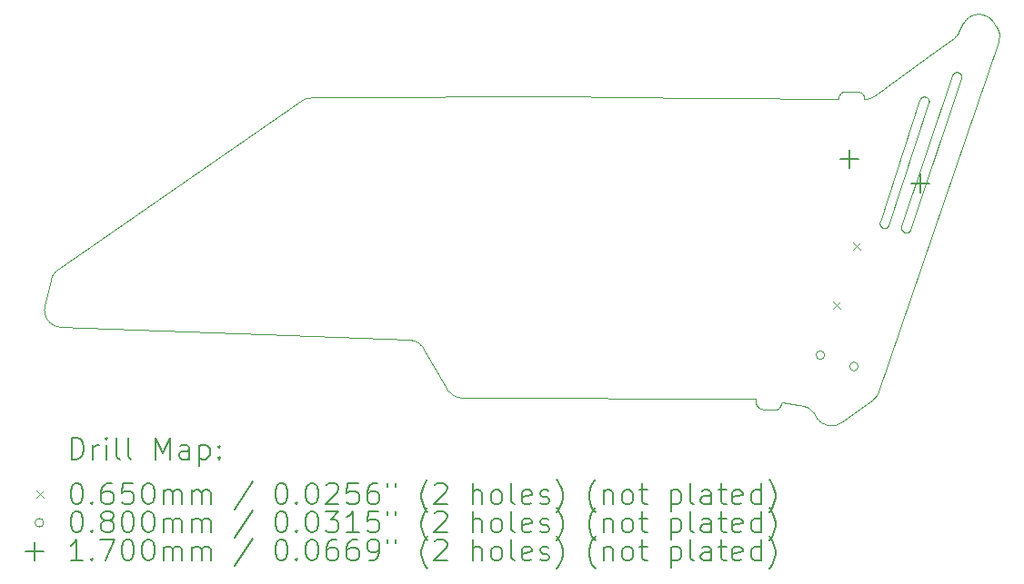
<source format=gbr>
%TF.GenerationSoftware,KiCad,Pcbnew,7.0.6*%
%TF.CreationDate,2023-07-20T08:44:50+02:00*%
%TF.ProjectId,dc_sdr,64635f73-6472-42e6-9b69-6361645f7063,rev?*%
%TF.SameCoordinates,Original*%
%TF.FileFunction,Drillmap*%
%TF.FilePolarity,Positive*%
%FSLAX45Y45*%
G04 Gerber Fmt 4.5, Leading zero omitted, Abs format (unit mm)*
G04 Created by KiCad (PCBNEW 7.0.6) date 2023-07-20 08:44:50*
%MOMM*%
%LPD*%
G01*
G04 APERTURE LIST*
%ADD10C,0.100000*%
%ADD11C,0.200000*%
%ADD12C,0.065000*%
%ADD13C,0.080000*%
%ADD14C,0.170000*%
G04 APERTURE END LIST*
D10*
X21615124Y-6924829D02*
X21622815Y-6925478D01*
X21630522Y-6926515D01*
X21638231Y-6927945D01*
X21645932Y-6929773D01*
X21653611Y-6932006D01*
X21661257Y-6934648D01*
X21668859Y-6937707D01*
X21676403Y-6941187D01*
X21684940Y-6945605D01*
X21689048Y-6947891D01*
X21693068Y-6950262D01*
X21697013Y-6952746D01*
X21700899Y-6955368D01*
X21704738Y-6958156D01*
X21708546Y-6961134D01*
X21712337Y-6964329D01*
X21716124Y-6967767D01*
X21719922Y-6971475D01*
X21723745Y-6975479D01*
X21727607Y-6979804D01*
X21731523Y-6984478D01*
X21735506Y-6989526D01*
X21739571Y-6994975D01*
X21769248Y-7036963D01*
X21772275Y-7041258D01*
X21775135Y-7045579D01*
X21777830Y-7049924D01*
X21780361Y-7054293D01*
X21782728Y-7058684D01*
X21784933Y-7063097D01*
X21786978Y-7067530D01*
X21788863Y-7071982D01*
X21790589Y-7076452D01*
X21792157Y-7080938D01*
X21793570Y-7085440D01*
X21794827Y-7089957D01*
X21795930Y-7094487D01*
X21796881Y-7099029D01*
X21797680Y-7103582D01*
X21798328Y-7108145D01*
X21798827Y-7112717D01*
X21799177Y-7117296D01*
X21799381Y-7121882D01*
X21799439Y-7126473D01*
X21799121Y-7135667D01*
X21798232Y-7144868D01*
X21796784Y-7154069D01*
X21794783Y-7163258D01*
X21792240Y-7172428D01*
X21789164Y-7181569D01*
X20677894Y-10443225D01*
X20675790Y-10448681D01*
X20673480Y-10454043D01*
X20670968Y-10459305D01*
X20668260Y-10464463D01*
X20665361Y-10469511D01*
X20662276Y-10474446D01*
X20659009Y-10479261D01*
X20655566Y-10483953D01*
X20651952Y-10488516D01*
X20648171Y-10492945D01*
X20644229Y-10497236D01*
X20640130Y-10501385D01*
X20635881Y-10505385D01*
X20631484Y-10509232D01*
X20626947Y-10512921D01*
X20622273Y-10516448D01*
X20326135Y-10729114D01*
X20318071Y-10734552D01*
X20309784Y-10739407D01*
X20301299Y-10743685D01*
X20292641Y-10747395D01*
X20283833Y-10750545D01*
X20274902Y-10753141D01*
X20265872Y-10755193D01*
X20256767Y-10756707D01*
X20247611Y-10757692D01*
X20238431Y-10758155D01*
X20229250Y-10758105D01*
X20220092Y-10757548D01*
X20210983Y-10756493D01*
X20201948Y-10754947D01*
X20193010Y-10752919D01*
X20184196Y-10750415D01*
X20175528Y-10747445D01*
X20167032Y-10744015D01*
X20158733Y-10740133D01*
X20150656Y-10735808D01*
X20142824Y-10731046D01*
X20135263Y-10725856D01*
X20127997Y-10720246D01*
X20121051Y-10714223D01*
X20114450Y-10707795D01*
X20108218Y-10700970D01*
X20102380Y-10693755D01*
X20096961Y-10686159D01*
X20091985Y-10678189D01*
X20087477Y-10669854D01*
X20083462Y-10661159D01*
X20079964Y-10652115D01*
X20077528Y-10648861D01*
X20070282Y-10640218D01*
X20064884Y-10634402D01*
X20058318Y-10627869D01*
X20050595Y-10620829D01*
X20041727Y-10613492D01*
X20031725Y-10606069D01*
X20020601Y-10598770D01*
X20008367Y-10591804D01*
X19995033Y-10585382D01*
X19980611Y-10579713D01*
X19972996Y-10577228D01*
X19965113Y-10575009D01*
X19956965Y-10573084D01*
X19948551Y-10571478D01*
X19939874Y-10570219D01*
X19930935Y-10569332D01*
X19777407Y-10543813D01*
X19774552Y-10549404D01*
X19772038Y-10555267D01*
X19767507Y-10567425D01*
X19765228Y-10573529D01*
X19762765Y-10579522D01*
X19759988Y-10585308D01*
X19758441Y-10588094D01*
X19756766Y-10590792D01*
X19754946Y-10593390D01*
X19752966Y-10595876D01*
X19750809Y-10598239D01*
X19748459Y-10600466D01*
X19745898Y-10602546D01*
X19743112Y-10604466D01*
X19740083Y-10606214D01*
X19736796Y-10607780D01*
X19733233Y-10609149D01*
X19729378Y-10610311D01*
X19725216Y-10611254D01*
X19720729Y-10611966D01*
X19715901Y-10612434D01*
X19710716Y-10612646D01*
X19705158Y-10612591D01*
X19699209Y-10612258D01*
X19608173Y-10609867D01*
X19603853Y-10609669D01*
X19599388Y-10609165D01*
X19594819Y-10608368D01*
X19590185Y-10607296D01*
X19585527Y-10605964D01*
X19580887Y-10604387D01*
X19576304Y-10602580D01*
X19571818Y-10600561D01*
X19567472Y-10598343D01*
X19563304Y-10595943D01*
X19559356Y-10593376D01*
X19555668Y-10590658D01*
X19552280Y-10587804D01*
X19549234Y-10584830D01*
X19546569Y-10581752D01*
X19545392Y-10580179D01*
X19544326Y-10578585D01*
X19542930Y-10576320D01*
X19541633Y-10574044D01*
X19540432Y-10571761D01*
X19539324Y-10569473D01*
X19538305Y-10567184D01*
X19537372Y-10564896D01*
X19536522Y-10562612D01*
X19535752Y-10560335D01*
X19535059Y-10558068D01*
X19534439Y-10555814D01*
X19533890Y-10553576D01*
X19533407Y-10551356D01*
X19532630Y-10546986D01*
X19532084Y-10542726D01*
X19531741Y-10538600D01*
X19531578Y-10534632D01*
X19531567Y-10530844D01*
X19531684Y-10527260D01*
X19531904Y-10523903D01*
X19532199Y-10520798D01*
X19532546Y-10517967D01*
X19532919Y-10515435D01*
X16794874Y-10499872D01*
X16784559Y-10499511D01*
X16774375Y-10498479D01*
X16764348Y-10496792D01*
X16754507Y-10494467D01*
X16744879Y-10491520D01*
X16735490Y-10487967D01*
X16726369Y-10483826D01*
X16717543Y-10479114D01*
X16709038Y-10473846D01*
X16700883Y-10468040D01*
X16693104Y-10461712D01*
X16685729Y-10454878D01*
X16678785Y-10447557D01*
X16672300Y-10439763D01*
X16666300Y-10431514D01*
X16660814Y-10422827D01*
X16435961Y-10039599D01*
X16430675Y-10031155D01*
X16424906Y-10023124D01*
X16418677Y-10015522D01*
X16412014Y-10008363D01*
X16404942Y-10001662D01*
X16397485Y-9995434D01*
X16389669Y-9989694D01*
X16381517Y-9984457D01*
X16373055Y-9979737D01*
X16364307Y-9975549D01*
X16355299Y-9971909D01*
X16346054Y-9968830D01*
X16336599Y-9966329D01*
X16326956Y-9964419D01*
X16317153Y-9963116D01*
X16307212Y-9962434D01*
X14953268Y-9911093D01*
X13057707Y-9839161D01*
X13048621Y-9838559D01*
X13039706Y-9837456D01*
X13030976Y-9835868D01*
X13022443Y-9833810D01*
X13014117Y-9831298D01*
X13006012Y-9828348D01*
X12998138Y-9824974D01*
X12990508Y-9821192D01*
X12983134Y-9817017D01*
X12976027Y-9812465D01*
X12969200Y-9807552D01*
X12962664Y-9802292D01*
X12956431Y-9796701D01*
X12950513Y-9790794D01*
X12944922Y-9784588D01*
X12939670Y-9778096D01*
X12934768Y-9771335D01*
X12930229Y-9764320D01*
X12926064Y-9757067D01*
X12922286Y-9749591D01*
X12918906Y-9741906D01*
X12915936Y-9734030D01*
X12913387Y-9725976D01*
X12911273Y-9717761D01*
X12909604Y-9709400D01*
X12908393Y-9700908D01*
X12907651Y-9692301D01*
X12907390Y-9683594D01*
X12907623Y-9674802D01*
X12908360Y-9665941D01*
X12909615Y-9657027D01*
X12911398Y-9648074D01*
X12967818Y-9402734D01*
X12969600Y-9395696D01*
X12971701Y-9388781D01*
X12974115Y-9381996D01*
X12976835Y-9375350D01*
X12979854Y-9368852D01*
X12983166Y-9362510D01*
X12986764Y-9356332D01*
X12990642Y-9350327D01*
X12994793Y-9344504D01*
X12999210Y-9338870D01*
X13003887Y-9333434D01*
X13008816Y-9328206D01*
X13013993Y-9323192D01*
X13019409Y-9318402D01*
X13025058Y-9313845D01*
X13030933Y-9309528D01*
X15300694Y-7732720D01*
X15305585Y-7729390D01*
X15310593Y-7726263D01*
X15315714Y-7723339D01*
X15320939Y-7720621D01*
X15326260Y-7718110D01*
X15331671Y-7715807D01*
X15337165Y-7713714D01*
X15342733Y-7711834D01*
X15348369Y-7710168D01*
X15354065Y-7708716D01*
X15359815Y-7707482D01*
X15365610Y-7706466D01*
X15371443Y-7705671D01*
X15377308Y-7705098D01*
X15383196Y-7704748D01*
X15389101Y-7704624D01*
X17870796Y-7693778D01*
X18125871Y-7697853D01*
X20299559Y-7716407D01*
X20301720Y-7710799D01*
X20303653Y-7705021D01*
X20307300Y-7693254D01*
X20309247Y-7687416D01*
X20311431Y-7681710D01*
X20313968Y-7676210D01*
X20315406Y-7673562D01*
X20316976Y-7670993D01*
X20318692Y-7668514D01*
X20320569Y-7666133D01*
X20322621Y-7663862D01*
X20324864Y-7661707D01*
X20327312Y-7659680D01*
X20329979Y-7657790D01*
X20332879Y-7656046D01*
X20336028Y-7654457D01*
X20339440Y-7653033D01*
X20343129Y-7651784D01*
X20347109Y-7650719D01*
X20351397Y-7649846D01*
X20356005Y-7649177D01*
X20360949Y-7648719D01*
X20366243Y-7648484D01*
X20371901Y-7648479D01*
X20463014Y-7645830D01*
X20467334Y-7645794D01*
X20471818Y-7646054D01*
X20476424Y-7646596D01*
X20481111Y-7647407D01*
X20485838Y-7648473D01*
X20490564Y-7649783D01*
X20495246Y-7651321D01*
X20499845Y-7653076D01*
X20504319Y-7655034D01*
X20508627Y-7657182D01*
X20512726Y-7659505D01*
X20516577Y-7661993D01*
X20520138Y-7664630D01*
X20523367Y-7667403D01*
X20526223Y-7670301D01*
X20527499Y-7671791D01*
X20528666Y-7673308D01*
X20530649Y-7676175D01*
X20532455Y-7679063D01*
X20534093Y-7681964D01*
X20535570Y-7684873D01*
X20536895Y-7687784D01*
X20538075Y-7690689D01*
X20539119Y-7693583D01*
X20540035Y-7696459D01*
X20540831Y-7699309D01*
X20541514Y-7702129D01*
X20542094Y-7704911D01*
X20542578Y-7707649D01*
X20542974Y-7710336D01*
X20543290Y-7712967D01*
X20543534Y-7715534D01*
X20543715Y-7718030D01*
X20548983Y-7717724D01*
X20554241Y-7717288D01*
X20559481Y-7716709D01*
X20564699Y-7715972D01*
X20569888Y-7715060D01*
X20575042Y-7713960D01*
X20577604Y-7713334D01*
X20580155Y-7712656D01*
X20582695Y-7711923D01*
X20585221Y-7711133D01*
X20588859Y-7709971D01*
X20592378Y-7708747D01*
X20595778Y-7707468D01*
X20599059Y-7706141D01*
X20602221Y-7704775D01*
X20605263Y-7703376D01*
X20608187Y-7701952D01*
X20610990Y-7700510D01*
X20613675Y-7699057D01*
X20616239Y-7697601D01*
X20621009Y-7694710D01*
X20625299Y-7691895D01*
X20629107Y-7689216D01*
X21141661Y-7317654D01*
X21376240Y-7148885D01*
X21380049Y-7146103D01*
X21383757Y-7143211D01*
X21387363Y-7140212D01*
X21390866Y-7137109D01*
X21394265Y-7133903D01*
X21397560Y-7130598D01*
X21400750Y-7127194D01*
X21403834Y-7123696D01*
X21406812Y-7120104D01*
X21409683Y-7116422D01*
X21412445Y-7112651D01*
X21415099Y-7108794D01*
X21417644Y-7104854D01*
X21420078Y-7100833D01*
X21422402Y-7096733D01*
X21424613Y-7092556D01*
X21466256Y-7010383D01*
X21469984Y-7003471D01*
X21474015Y-6996808D01*
X21478338Y-6990400D01*
X21482940Y-6984251D01*
X21487809Y-6978369D01*
X21492933Y-6972759D01*
X21498301Y-6967426D01*
X21503900Y-6962377D01*
X21509718Y-6957617D01*
X21515743Y-6953151D01*
X21521964Y-6948987D01*
X21528367Y-6945129D01*
X21534942Y-6941583D01*
X21541676Y-6938354D01*
X21548557Y-6935450D01*
X21555573Y-6932875D01*
X21562712Y-6930636D01*
X21569962Y-6928737D01*
X21577312Y-6927185D01*
X21584748Y-6925986D01*
X21592259Y-6925145D01*
X21599834Y-6924668D01*
X21607459Y-6924560D01*
X21615124Y-6924829D01*
X21406580Y-7467204D02*
X21408694Y-7467408D01*
X21410811Y-7467717D01*
X21412928Y-7468134D01*
X21415040Y-7468661D01*
X21417145Y-7469298D01*
X21420554Y-7470560D01*
X21422623Y-7471302D01*
X21424628Y-7472140D01*
X21426568Y-7473070D01*
X21428441Y-7474087D01*
X21430246Y-7475190D01*
X21431980Y-7476375D01*
X21433644Y-7477637D01*
X21435234Y-7478975D01*
X21436749Y-7480383D01*
X21438188Y-7481860D01*
X21439549Y-7483401D01*
X21440830Y-7485003D01*
X21442031Y-7486663D01*
X21443149Y-7488377D01*
X21444183Y-7490142D01*
X21445131Y-7491954D01*
X21445992Y-7493810D01*
X21446764Y-7495707D01*
X21447445Y-7497641D01*
X21448034Y-7499608D01*
X21448530Y-7501606D01*
X21448931Y-7503631D01*
X21449235Y-7505679D01*
X21449440Y-7507747D01*
X21449546Y-7509832D01*
X21449550Y-7511930D01*
X21449452Y-7514037D01*
X21449248Y-7516151D01*
X21448939Y-7518268D01*
X21448521Y-7520385D01*
X21447995Y-7522497D01*
X21447357Y-7524603D01*
X20975564Y-8934400D01*
X20974821Y-8936469D01*
X20973984Y-8938475D01*
X20973055Y-8940415D01*
X20972037Y-8942288D01*
X20970934Y-8944093D01*
X20969749Y-8945827D01*
X20968487Y-8947490D01*
X20967149Y-8949080D01*
X20965741Y-8950596D01*
X20964264Y-8952034D01*
X20962723Y-8953395D01*
X20961121Y-8954677D01*
X20959461Y-8955878D01*
X20957747Y-8956996D01*
X20955982Y-8958029D01*
X20954170Y-8958978D01*
X20952314Y-8959838D01*
X20950417Y-8960610D01*
X20948483Y-8961292D01*
X20946516Y-8961881D01*
X20944518Y-8962377D01*
X20942493Y-8962778D01*
X20940445Y-8963082D01*
X20938377Y-8963287D01*
X20936292Y-8963393D01*
X20934195Y-8963397D01*
X20932087Y-8963298D01*
X20929973Y-8963095D01*
X20927856Y-8962786D01*
X20925740Y-8962368D01*
X20923627Y-8961842D01*
X20921522Y-8961204D01*
X20918114Y-8959943D01*
X20916044Y-8959200D01*
X20914037Y-8958360D01*
X20912095Y-8957427D01*
X20910218Y-8956405D01*
X20908409Y-8955296D01*
X20906670Y-8954106D01*
X20905002Y-8952836D01*
X20903406Y-8951491D01*
X20901885Y-8950074D01*
X20900440Y-8948589D01*
X20899073Y-8947039D01*
X20897785Y-8945429D01*
X20896578Y-8943761D01*
X20895455Y-8942039D01*
X20894416Y-8940267D01*
X20893463Y-8938448D01*
X20892597Y-8936586D01*
X20891822Y-8934684D01*
X20891138Y-8932746D01*
X20890546Y-8930776D01*
X20890050Y-8928777D01*
X20889649Y-8926753D01*
X20889347Y-8924706D01*
X20889144Y-8922642D01*
X20889042Y-8920563D01*
X20889044Y-8918473D01*
X20889150Y-8916376D01*
X20889363Y-8914274D01*
X20889683Y-8912173D01*
X20890114Y-8910074D01*
X20890656Y-8907983D01*
X20891310Y-8905901D01*
X21363103Y-7496103D01*
X21363846Y-7494034D01*
X21364683Y-7492029D01*
X21365613Y-7490089D01*
X21366630Y-7488215D01*
X21367733Y-7486411D01*
X21368918Y-7484676D01*
X21370180Y-7483013D01*
X21371518Y-7481423D01*
X21372926Y-7479908D01*
X21374403Y-7478469D01*
X21375944Y-7477108D01*
X21377546Y-7475826D01*
X21379206Y-7474626D01*
X21380920Y-7473508D01*
X21382685Y-7472474D01*
X21384497Y-7471526D01*
X21386353Y-7470665D01*
X21388250Y-7469893D01*
X21390184Y-7469211D01*
X21392151Y-7468622D01*
X21394149Y-7468126D01*
X21396174Y-7467725D01*
X21398222Y-7467422D01*
X21400290Y-7467216D01*
X21402375Y-7467110D01*
X21404473Y-7467106D01*
X21406580Y-7467204D01*
X21102752Y-7695010D02*
X21104866Y-7695214D01*
X21106982Y-7695523D01*
X21109099Y-7695940D01*
X21111211Y-7696467D01*
X21113316Y-7697104D01*
X21116725Y-7698366D01*
X21118794Y-7699108D01*
X21120799Y-7699946D01*
X21122739Y-7700875D01*
X21124612Y-7701893D01*
X21126417Y-7702996D01*
X21128152Y-7704181D01*
X21129815Y-7705443D01*
X21131405Y-7706781D01*
X21132920Y-7708189D01*
X21134359Y-7709666D01*
X21135720Y-7711207D01*
X21137002Y-7712809D01*
X21138202Y-7714469D01*
X21139320Y-7716183D01*
X21140354Y-7717948D01*
X21141302Y-7719760D01*
X21142163Y-7721616D01*
X21142935Y-7723513D01*
X21143616Y-7725447D01*
X21144206Y-7727414D01*
X21144702Y-7729412D01*
X21145102Y-7731437D01*
X21145406Y-7733485D01*
X21145612Y-7735553D01*
X21145717Y-7737638D01*
X21145722Y-7739736D01*
X21145623Y-7741843D01*
X21145419Y-7743957D01*
X21145110Y-7746074D01*
X21144693Y-7748191D01*
X21144166Y-7750303D01*
X21143528Y-7752408D01*
X20772833Y-8891466D01*
X20772090Y-8893535D01*
X20771253Y-8895541D01*
X20770324Y-8897481D01*
X20769306Y-8899354D01*
X20768203Y-8901159D01*
X20767018Y-8902893D01*
X20765756Y-8904556D01*
X20764418Y-8906146D01*
X20763010Y-8907662D01*
X20761533Y-8909100D01*
X20759992Y-8910461D01*
X20758390Y-8911743D01*
X20756730Y-8912944D01*
X20755016Y-8914062D01*
X20753251Y-8915095D01*
X20751439Y-8916043D01*
X20749583Y-8916904D01*
X20747686Y-8917676D01*
X20745752Y-8918358D01*
X20743785Y-8918947D01*
X20741787Y-8919443D01*
X20739762Y-8919843D01*
X20737714Y-8920147D01*
X20735646Y-8920353D01*
X20733561Y-8920459D01*
X20731463Y-8920463D01*
X20729356Y-8920364D01*
X20727242Y-8920161D01*
X20725125Y-8919851D01*
X20723008Y-8919434D01*
X20720896Y-8918907D01*
X20718791Y-8918270D01*
X20715382Y-8917008D01*
X20713337Y-8916248D01*
X20711353Y-8915396D01*
X20709431Y-8914453D01*
X20707573Y-8913425D01*
X20705781Y-8912313D01*
X20704057Y-8911121D01*
X20702402Y-8909852D01*
X20700817Y-8908511D01*
X20699306Y-8907100D01*
X20697869Y-8905622D01*
X20696508Y-8904080D01*
X20695225Y-8902479D01*
X20694022Y-8900821D01*
X20692900Y-8899110D01*
X20691861Y-8897349D01*
X20690907Y-8895541D01*
X20690040Y-8893690D01*
X20689260Y-8891799D01*
X20688571Y-8889871D01*
X20687973Y-8887909D01*
X20687469Y-8885917D01*
X20687060Y-8883899D01*
X20686748Y-8881857D01*
X20686534Y-8879795D01*
X20686420Y-8877715D01*
X20686409Y-8875623D01*
X20686501Y-8873520D01*
X20686699Y-8871410D01*
X20687004Y-8869296D01*
X20687418Y-8867182D01*
X20687942Y-8865071D01*
X20688579Y-8862967D01*
X21059275Y-7723909D01*
X21060017Y-7721840D01*
X21060854Y-7719834D01*
X21061784Y-7717894D01*
X21062802Y-7716021D01*
X21063905Y-7714217D01*
X21065089Y-7712482D01*
X21066352Y-7710819D01*
X21067689Y-7709229D01*
X21069098Y-7707714D01*
X21070574Y-7706275D01*
X21072115Y-7704914D01*
X21073717Y-7703632D01*
X21075377Y-7702431D01*
X21077091Y-7701313D01*
X21078856Y-7700280D01*
X21080668Y-7699331D01*
X21082524Y-7698471D01*
X21084421Y-7697699D01*
X21086355Y-7697017D01*
X21088323Y-7696428D01*
X21090320Y-7695932D01*
X21092345Y-7695531D01*
X21094393Y-7695227D01*
X21096461Y-7695022D01*
X21098546Y-7694916D01*
X21100644Y-7694912D01*
X21102752Y-7695010D01*
D11*
D12*
X20252233Y-9605338D02*
X20317233Y-9670338D01*
X20317233Y-9605338D02*
X20252233Y-9670338D01*
X20439457Y-9058501D02*
X20504457Y-9123501D01*
X20504457Y-9058501D02*
X20439457Y-9123501D01*
D13*
X20174416Y-10104388D02*
G75*
G03*
X20174416Y-10104388I-40000J0D01*
G01*
X20487000Y-10210800D02*
G75*
G03*
X20487000Y-10210800I-40000J0D01*
G01*
D14*
X20402008Y-8190080D02*
X20402008Y-8360080D01*
X20317008Y-8275080D02*
X20487008Y-8275080D01*
X21064662Y-8415666D02*
X21064662Y-8585666D01*
X20979662Y-8500666D02*
X21149662Y-8500666D01*
D11*
X13163167Y-11074639D02*
X13163167Y-10874639D01*
X13163167Y-10874639D02*
X13210786Y-10874639D01*
X13210786Y-10874639D02*
X13239358Y-10884163D01*
X13239358Y-10884163D02*
X13258405Y-10903211D01*
X13258405Y-10903211D02*
X13267929Y-10922258D01*
X13267929Y-10922258D02*
X13277453Y-10960353D01*
X13277453Y-10960353D02*
X13277453Y-10988925D01*
X13277453Y-10988925D02*
X13267929Y-11027020D01*
X13267929Y-11027020D02*
X13258405Y-11046068D01*
X13258405Y-11046068D02*
X13239358Y-11065115D01*
X13239358Y-11065115D02*
X13210786Y-11074639D01*
X13210786Y-11074639D02*
X13163167Y-11074639D01*
X13363167Y-11074639D02*
X13363167Y-10941306D01*
X13363167Y-10979401D02*
X13372691Y-10960353D01*
X13372691Y-10960353D02*
X13382215Y-10950830D01*
X13382215Y-10950830D02*
X13401262Y-10941306D01*
X13401262Y-10941306D02*
X13420310Y-10941306D01*
X13486977Y-11074639D02*
X13486977Y-10941306D01*
X13486977Y-10874639D02*
X13477453Y-10884163D01*
X13477453Y-10884163D02*
X13486977Y-10893687D01*
X13486977Y-10893687D02*
X13496500Y-10884163D01*
X13496500Y-10884163D02*
X13486977Y-10874639D01*
X13486977Y-10874639D02*
X13486977Y-10893687D01*
X13610786Y-11074639D02*
X13591738Y-11065115D01*
X13591738Y-11065115D02*
X13582215Y-11046068D01*
X13582215Y-11046068D02*
X13582215Y-10874639D01*
X13715548Y-11074639D02*
X13696500Y-11065115D01*
X13696500Y-11065115D02*
X13686977Y-11046068D01*
X13686977Y-11046068D02*
X13686977Y-10874639D01*
X13944119Y-11074639D02*
X13944119Y-10874639D01*
X13944119Y-10874639D02*
X14010786Y-11017496D01*
X14010786Y-11017496D02*
X14077453Y-10874639D01*
X14077453Y-10874639D02*
X14077453Y-11074639D01*
X14258405Y-11074639D02*
X14258405Y-10969877D01*
X14258405Y-10969877D02*
X14248881Y-10950830D01*
X14248881Y-10950830D02*
X14229834Y-10941306D01*
X14229834Y-10941306D02*
X14191738Y-10941306D01*
X14191738Y-10941306D02*
X14172691Y-10950830D01*
X14258405Y-11065115D02*
X14239358Y-11074639D01*
X14239358Y-11074639D02*
X14191738Y-11074639D01*
X14191738Y-11074639D02*
X14172691Y-11065115D01*
X14172691Y-11065115D02*
X14163167Y-11046068D01*
X14163167Y-11046068D02*
X14163167Y-11027020D01*
X14163167Y-11027020D02*
X14172691Y-11007972D01*
X14172691Y-11007972D02*
X14191738Y-10998449D01*
X14191738Y-10998449D02*
X14239358Y-10998449D01*
X14239358Y-10998449D02*
X14258405Y-10988925D01*
X14353643Y-10941306D02*
X14353643Y-11141306D01*
X14353643Y-10950830D02*
X14372691Y-10941306D01*
X14372691Y-10941306D02*
X14410786Y-10941306D01*
X14410786Y-10941306D02*
X14429834Y-10950830D01*
X14429834Y-10950830D02*
X14439358Y-10960353D01*
X14439358Y-10960353D02*
X14448881Y-10979401D01*
X14448881Y-10979401D02*
X14448881Y-11036544D01*
X14448881Y-11036544D02*
X14439358Y-11055591D01*
X14439358Y-11055591D02*
X14429834Y-11065115D01*
X14429834Y-11065115D02*
X14410786Y-11074639D01*
X14410786Y-11074639D02*
X14372691Y-11074639D01*
X14372691Y-11074639D02*
X14353643Y-11065115D01*
X14534596Y-11055591D02*
X14544119Y-11065115D01*
X14544119Y-11065115D02*
X14534596Y-11074639D01*
X14534596Y-11074639D02*
X14525072Y-11065115D01*
X14525072Y-11065115D02*
X14534596Y-11055591D01*
X14534596Y-11055591D02*
X14534596Y-11074639D01*
X14534596Y-10950830D02*
X14544119Y-10960353D01*
X14544119Y-10960353D02*
X14534596Y-10969877D01*
X14534596Y-10969877D02*
X14525072Y-10960353D01*
X14525072Y-10960353D02*
X14534596Y-10950830D01*
X14534596Y-10950830D02*
X14534596Y-10969877D01*
D12*
X12837390Y-11370655D02*
X12902390Y-11435655D01*
X12902390Y-11370655D02*
X12837390Y-11435655D01*
D11*
X13201262Y-11294639D02*
X13220310Y-11294639D01*
X13220310Y-11294639D02*
X13239358Y-11304163D01*
X13239358Y-11304163D02*
X13248881Y-11313687D01*
X13248881Y-11313687D02*
X13258405Y-11332734D01*
X13258405Y-11332734D02*
X13267929Y-11370829D01*
X13267929Y-11370829D02*
X13267929Y-11418449D01*
X13267929Y-11418449D02*
X13258405Y-11456544D01*
X13258405Y-11456544D02*
X13248881Y-11475591D01*
X13248881Y-11475591D02*
X13239358Y-11485115D01*
X13239358Y-11485115D02*
X13220310Y-11494639D01*
X13220310Y-11494639D02*
X13201262Y-11494639D01*
X13201262Y-11494639D02*
X13182215Y-11485115D01*
X13182215Y-11485115D02*
X13172691Y-11475591D01*
X13172691Y-11475591D02*
X13163167Y-11456544D01*
X13163167Y-11456544D02*
X13153643Y-11418449D01*
X13153643Y-11418449D02*
X13153643Y-11370829D01*
X13153643Y-11370829D02*
X13163167Y-11332734D01*
X13163167Y-11332734D02*
X13172691Y-11313687D01*
X13172691Y-11313687D02*
X13182215Y-11304163D01*
X13182215Y-11304163D02*
X13201262Y-11294639D01*
X13353643Y-11475591D02*
X13363167Y-11485115D01*
X13363167Y-11485115D02*
X13353643Y-11494639D01*
X13353643Y-11494639D02*
X13344119Y-11485115D01*
X13344119Y-11485115D02*
X13353643Y-11475591D01*
X13353643Y-11475591D02*
X13353643Y-11494639D01*
X13534596Y-11294639D02*
X13496500Y-11294639D01*
X13496500Y-11294639D02*
X13477453Y-11304163D01*
X13477453Y-11304163D02*
X13467929Y-11313687D01*
X13467929Y-11313687D02*
X13448881Y-11342258D01*
X13448881Y-11342258D02*
X13439358Y-11380353D01*
X13439358Y-11380353D02*
X13439358Y-11456544D01*
X13439358Y-11456544D02*
X13448881Y-11475591D01*
X13448881Y-11475591D02*
X13458405Y-11485115D01*
X13458405Y-11485115D02*
X13477453Y-11494639D01*
X13477453Y-11494639D02*
X13515548Y-11494639D01*
X13515548Y-11494639D02*
X13534596Y-11485115D01*
X13534596Y-11485115D02*
X13544119Y-11475591D01*
X13544119Y-11475591D02*
X13553643Y-11456544D01*
X13553643Y-11456544D02*
X13553643Y-11408925D01*
X13553643Y-11408925D02*
X13544119Y-11389877D01*
X13544119Y-11389877D02*
X13534596Y-11380353D01*
X13534596Y-11380353D02*
X13515548Y-11370829D01*
X13515548Y-11370829D02*
X13477453Y-11370829D01*
X13477453Y-11370829D02*
X13458405Y-11380353D01*
X13458405Y-11380353D02*
X13448881Y-11389877D01*
X13448881Y-11389877D02*
X13439358Y-11408925D01*
X13734596Y-11294639D02*
X13639358Y-11294639D01*
X13639358Y-11294639D02*
X13629834Y-11389877D01*
X13629834Y-11389877D02*
X13639358Y-11380353D01*
X13639358Y-11380353D02*
X13658405Y-11370829D01*
X13658405Y-11370829D02*
X13706024Y-11370829D01*
X13706024Y-11370829D02*
X13725072Y-11380353D01*
X13725072Y-11380353D02*
X13734596Y-11389877D01*
X13734596Y-11389877D02*
X13744119Y-11408925D01*
X13744119Y-11408925D02*
X13744119Y-11456544D01*
X13744119Y-11456544D02*
X13734596Y-11475591D01*
X13734596Y-11475591D02*
X13725072Y-11485115D01*
X13725072Y-11485115D02*
X13706024Y-11494639D01*
X13706024Y-11494639D02*
X13658405Y-11494639D01*
X13658405Y-11494639D02*
X13639358Y-11485115D01*
X13639358Y-11485115D02*
X13629834Y-11475591D01*
X13867929Y-11294639D02*
X13886977Y-11294639D01*
X13886977Y-11294639D02*
X13906024Y-11304163D01*
X13906024Y-11304163D02*
X13915548Y-11313687D01*
X13915548Y-11313687D02*
X13925072Y-11332734D01*
X13925072Y-11332734D02*
X13934596Y-11370829D01*
X13934596Y-11370829D02*
X13934596Y-11418449D01*
X13934596Y-11418449D02*
X13925072Y-11456544D01*
X13925072Y-11456544D02*
X13915548Y-11475591D01*
X13915548Y-11475591D02*
X13906024Y-11485115D01*
X13906024Y-11485115D02*
X13886977Y-11494639D01*
X13886977Y-11494639D02*
X13867929Y-11494639D01*
X13867929Y-11494639D02*
X13848881Y-11485115D01*
X13848881Y-11485115D02*
X13839358Y-11475591D01*
X13839358Y-11475591D02*
X13829834Y-11456544D01*
X13829834Y-11456544D02*
X13820310Y-11418449D01*
X13820310Y-11418449D02*
X13820310Y-11370829D01*
X13820310Y-11370829D02*
X13829834Y-11332734D01*
X13829834Y-11332734D02*
X13839358Y-11313687D01*
X13839358Y-11313687D02*
X13848881Y-11304163D01*
X13848881Y-11304163D02*
X13867929Y-11294639D01*
X14020310Y-11494639D02*
X14020310Y-11361306D01*
X14020310Y-11380353D02*
X14029834Y-11370829D01*
X14029834Y-11370829D02*
X14048881Y-11361306D01*
X14048881Y-11361306D02*
X14077453Y-11361306D01*
X14077453Y-11361306D02*
X14096500Y-11370829D01*
X14096500Y-11370829D02*
X14106024Y-11389877D01*
X14106024Y-11389877D02*
X14106024Y-11494639D01*
X14106024Y-11389877D02*
X14115548Y-11370829D01*
X14115548Y-11370829D02*
X14134596Y-11361306D01*
X14134596Y-11361306D02*
X14163167Y-11361306D01*
X14163167Y-11361306D02*
X14182215Y-11370829D01*
X14182215Y-11370829D02*
X14191739Y-11389877D01*
X14191739Y-11389877D02*
X14191739Y-11494639D01*
X14286977Y-11494639D02*
X14286977Y-11361306D01*
X14286977Y-11380353D02*
X14296500Y-11370829D01*
X14296500Y-11370829D02*
X14315548Y-11361306D01*
X14315548Y-11361306D02*
X14344120Y-11361306D01*
X14344120Y-11361306D02*
X14363167Y-11370829D01*
X14363167Y-11370829D02*
X14372691Y-11389877D01*
X14372691Y-11389877D02*
X14372691Y-11494639D01*
X14372691Y-11389877D02*
X14382215Y-11370829D01*
X14382215Y-11370829D02*
X14401262Y-11361306D01*
X14401262Y-11361306D02*
X14429834Y-11361306D01*
X14429834Y-11361306D02*
X14448881Y-11370829D01*
X14448881Y-11370829D02*
X14458405Y-11389877D01*
X14458405Y-11389877D02*
X14458405Y-11494639D01*
X14848881Y-11285115D02*
X14677453Y-11542258D01*
X15106024Y-11294639D02*
X15125072Y-11294639D01*
X15125072Y-11294639D02*
X15144120Y-11304163D01*
X15144120Y-11304163D02*
X15153643Y-11313687D01*
X15153643Y-11313687D02*
X15163167Y-11332734D01*
X15163167Y-11332734D02*
X15172691Y-11370829D01*
X15172691Y-11370829D02*
X15172691Y-11418449D01*
X15172691Y-11418449D02*
X15163167Y-11456544D01*
X15163167Y-11456544D02*
X15153643Y-11475591D01*
X15153643Y-11475591D02*
X15144120Y-11485115D01*
X15144120Y-11485115D02*
X15125072Y-11494639D01*
X15125072Y-11494639D02*
X15106024Y-11494639D01*
X15106024Y-11494639D02*
X15086977Y-11485115D01*
X15086977Y-11485115D02*
X15077453Y-11475591D01*
X15077453Y-11475591D02*
X15067929Y-11456544D01*
X15067929Y-11456544D02*
X15058405Y-11418449D01*
X15058405Y-11418449D02*
X15058405Y-11370829D01*
X15058405Y-11370829D02*
X15067929Y-11332734D01*
X15067929Y-11332734D02*
X15077453Y-11313687D01*
X15077453Y-11313687D02*
X15086977Y-11304163D01*
X15086977Y-11304163D02*
X15106024Y-11294639D01*
X15258405Y-11475591D02*
X15267929Y-11485115D01*
X15267929Y-11485115D02*
X15258405Y-11494639D01*
X15258405Y-11494639D02*
X15248882Y-11485115D01*
X15248882Y-11485115D02*
X15258405Y-11475591D01*
X15258405Y-11475591D02*
X15258405Y-11494639D01*
X15391739Y-11294639D02*
X15410786Y-11294639D01*
X15410786Y-11294639D02*
X15429834Y-11304163D01*
X15429834Y-11304163D02*
X15439358Y-11313687D01*
X15439358Y-11313687D02*
X15448882Y-11332734D01*
X15448882Y-11332734D02*
X15458405Y-11370829D01*
X15458405Y-11370829D02*
X15458405Y-11418449D01*
X15458405Y-11418449D02*
X15448882Y-11456544D01*
X15448882Y-11456544D02*
X15439358Y-11475591D01*
X15439358Y-11475591D02*
X15429834Y-11485115D01*
X15429834Y-11485115D02*
X15410786Y-11494639D01*
X15410786Y-11494639D02*
X15391739Y-11494639D01*
X15391739Y-11494639D02*
X15372691Y-11485115D01*
X15372691Y-11485115D02*
X15363167Y-11475591D01*
X15363167Y-11475591D02*
X15353643Y-11456544D01*
X15353643Y-11456544D02*
X15344120Y-11418449D01*
X15344120Y-11418449D02*
X15344120Y-11370829D01*
X15344120Y-11370829D02*
X15353643Y-11332734D01*
X15353643Y-11332734D02*
X15363167Y-11313687D01*
X15363167Y-11313687D02*
X15372691Y-11304163D01*
X15372691Y-11304163D02*
X15391739Y-11294639D01*
X15534596Y-11313687D02*
X15544120Y-11304163D01*
X15544120Y-11304163D02*
X15563167Y-11294639D01*
X15563167Y-11294639D02*
X15610786Y-11294639D01*
X15610786Y-11294639D02*
X15629834Y-11304163D01*
X15629834Y-11304163D02*
X15639358Y-11313687D01*
X15639358Y-11313687D02*
X15648882Y-11332734D01*
X15648882Y-11332734D02*
X15648882Y-11351782D01*
X15648882Y-11351782D02*
X15639358Y-11380353D01*
X15639358Y-11380353D02*
X15525072Y-11494639D01*
X15525072Y-11494639D02*
X15648882Y-11494639D01*
X15829834Y-11294639D02*
X15734596Y-11294639D01*
X15734596Y-11294639D02*
X15725072Y-11389877D01*
X15725072Y-11389877D02*
X15734596Y-11380353D01*
X15734596Y-11380353D02*
X15753643Y-11370829D01*
X15753643Y-11370829D02*
X15801263Y-11370829D01*
X15801263Y-11370829D02*
X15820310Y-11380353D01*
X15820310Y-11380353D02*
X15829834Y-11389877D01*
X15829834Y-11389877D02*
X15839358Y-11408925D01*
X15839358Y-11408925D02*
X15839358Y-11456544D01*
X15839358Y-11456544D02*
X15829834Y-11475591D01*
X15829834Y-11475591D02*
X15820310Y-11485115D01*
X15820310Y-11485115D02*
X15801263Y-11494639D01*
X15801263Y-11494639D02*
X15753643Y-11494639D01*
X15753643Y-11494639D02*
X15734596Y-11485115D01*
X15734596Y-11485115D02*
X15725072Y-11475591D01*
X16010786Y-11294639D02*
X15972691Y-11294639D01*
X15972691Y-11294639D02*
X15953643Y-11304163D01*
X15953643Y-11304163D02*
X15944120Y-11313687D01*
X15944120Y-11313687D02*
X15925072Y-11342258D01*
X15925072Y-11342258D02*
X15915548Y-11380353D01*
X15915548Y-11380353D02*
X15915548Y-11456544D01*
X15915548Y-11456544D02*
X15925072Y-11475591D01*
X15925072Y-11475591D02*
X15934596Y-11485115D01*
X15934596Y-11485115D02*
X15953643Y-11494639D01*
X15953643Y-11494639D02*
X15991739Y-11494639D01*
X15991739Y-11494639D02*
X16010786Y-11485115D01*
X16010786Y-11485115D02*
X16020310Y-11475591D01*
X16020310Y-11475591D02*
X16029834Y-11456544D01*
X16029834Y-11456544D02*
X16029834Y-11408925D01*
X16029834Y-11408925D02*
X16020310Y-11389877D01*
X16020310Y-11389877D02*
X16010786Y-11380353D01*
X16010786Y-11380353D02*
X15991739Y-11370829D01*
X15991739Y-11370829D02*
X15953643Y-11370829D01*
X15953643Y-11370829D02*
X15934596Y-11380353D01*
X15934596Y-11380353D02*
X15925072Y-11389877D01*
X15925072Y-11389877D02*
X15915548Y-11408925D01*
X16106024Y-11294639D02*
X16106024Y-11332734D01*
X16182215Y-11294639D02*
X16182215Y-11332734D01*
X16477453Y-11570829D02*
X16467929Y-11561306D01*
X16467929Y-11561306D02*
X16448882Y-11532734D01*
X16448882Y-11532734D02*
X16439358Y-11513687D01*
X16439358Y-11513687D02*
X16429834Y-11485115D01*
X16429834Y-11485115D02*
X16420310Y-11437496D01*
X16420310Y-11437496D02*
X16420310Y-11399401D01*
X16420310Y-11399401D02*
X16429834Y-11351782D01*
X16429834Y-11351782D02*
X16439358Y-11323210D01*
X16439358Y-11323210D02*
X16448882Y-11304163D01*
X16448882Y-11304163D02*
X16467929Y-11275591D01*
X16467929Y-11275591D02*
X16477453Y-11266068D01*
X16544120Y-11313687D02*
X16553644Y-11304163D01*
X16553644Y-11304163D02*
X16572691Y-11294639D01*
X16572691Y-11294639D02*
X16620310Y-11294639D01*
X16620310Y-11294639D02*
X16639358Y-11304163D01*
X16639358Y-11304163D02*
X16648882Y-11313687D01*
X16648882Y-11313687D02*
X16658405Y-11332734D01*
X16658405Y-11332734D02*
X16658405Y-11351782D01*
X16658405Y-11351782D02*
X16648882Y-11380353D01*
X16648882Y-11380353D02*
X16534596Y-11494639D01*
X16534596Y-11494639D02*
X16658405Y-11494639D01*
X16896501Y-11494639D02*
X16896501Y-11294639D01*
X16982215Y-11494639D02*
X16982215Y-11389877D01*
X16982215Y-11389877D02*
X16972691Y-11370829D01*
X16972691Y-11370829D02*
X16953644Y-11361306D01*
X16953644Y-11361306D02*
X16925072Y-11361306D01*
X16925072Y-11361306D02*
X16906025Y-11370829D01*
X16906025Y-11370829D02*
X16896501Y-11380353D01*
X17106025Y-11494639D02*
X17086977Y-11485115D01*
X17086977Y-11485115D02*
X17077453Y-11475591D01*
X17077453Y-11475591D02*
X17067929Y-11456544D01*
X17067929Y-11456544D02*
X17067929Y-11399401D01*
X17067929Y-11399401D02*
X17077453Y-11380353D01*
X17077453Y-11380353D02*
X17086977Y-11370829D01*
X17086977Y-11370829D02*
X17106025Y-11361306D01*
X17106025Y-11361306D02*
X17134596Y-11361306D01*
X17134596Y-11361306D02*
X17153644Y-11370829D01*
X17153644Y-11370829D02*
X17163168Y-11380353D01*
X17163168Y-11380353D02*
X17172691Y-11399401D01*
X17172691Y-11399401D02*
X17172691Y-11456544D01*
X17172691Y-11456544D02*
X17163168Y-11475591D01*
X17163168Y-11475591D02*
X17153644Y-11485115D01*
X17153644Y-11485115D02*
X17134596Y-11494639D01*
X17134596Y-11494639D02*
X17106025Y-11494639D01*
X17286977Y-11494639D02*
X17267929Y-11485115D01*
X17267929Y-11485115D02*
X17258406Y-11466068D01*
X17258406Y-11466068D02*
X17258406Y-11294639D01*
X17439358Y-11485115D02*
X17420310Y-11494639D01*
X17420310Y-11494639D02*
X17382215Y-11494639D01*
X17382215Y-11494639D02*
X17363168Y-11485115D01*
X17363168Y-11485115D02*
X17353644Y-11466068D01*
X17353644Y-11466068D02*
X17353644Y-11389877D01*
X17353644Y-11389877D02*
X17363168Y-11370829D01*
X17363168Y-11370829D02*
X17382215Y-11361306D01*
X17382215Y-11361306D02*
X17420310Y-11361306D01*
X17420310Y-11361306D02*
X17439358Y-11370829D01*
X17439358Y-11370829D02*
X17448882Y-11389877D01*
X17448882Y-11389877D02*
X17448882Y-11408925D01*
X17448882Y-11408925D02*
X17353644Y-11427972D01*
X17525072Y-11485115D02*
X17544120Y-11494639D01*
X17544120Y-11494639D02*
X17582215Y-11494639D01*
X17582215Y-11494639D02*
X17601263Y-11485115D01*
X17601263Y-11485115D02*
X17610787Y-11466068D01*
X17610787Y-11466068D02*
X17610787Y-11456544D01*
X17610787Y-11456544D02*
X17601263Y-11437496D01*
X17601263Y-11437496D02*
X17582215Y-11427972D01*
X17582215Y-11427972D02*
X17553644Y-11427972D01*
X17553644Y-11427972D02*
X17534596Y-11418449D01*
X17534596Y-11418449D02*
X17525072Y-11399401D01*
X17525072Y-11399401D02*
X17525072Y-11389877D01*
X17525072Y-11389877D02*
X17534596Y-11370829D01*
X17534596Y-11370829D02*
X17553644Y-11361306D01*
X17553644Y-11361306D02*
X17582215Y-11361306D01*
X17582215Y-11361306D02*
X17601263Y-11370829D01*
X17677453Y-11570829D02*
X17686977Y-11561306D01*
X17686977Y-11561306D02*
X17706025Y-11532734D01*
X17706025Y-11532734D02*
X17715549Y-11513687D01*
X17715549Y-11513687D02*
X17725072Y-11485115D01*
X17725072Y-11485115D02*
X17734596Y-11437496D01*
X17734596Y-11437496D02*
X17734596Y-11399401D01*
X17734596Y-11399401D02*
X17725072Y-11351782D01*
X17725072Y-11351782D02*
X17715549Y-11323210D01*
X17715549Y-11323210D02*
X17706025Y-11304163D01*
X17706025Y-11304163D02*
X17686977Y-11275591D01*
X17686977Y-11275591D02*
X17677453Y-11266068D01*
X18039358Y-11570829D02*
X18029834Y-11561306D01*
X18029834Y-11561306D02*
X18010787Y-11532734D01*
X18010787Y-11532734D02*
X18001263Y-11513687D01*
X18001263Y-11513687D02*
X17991739Y-11485115D01*
X17991739Y-11485115D02*
X17982215Y-11437496D01*
X17982215Y-11437496D02*
X17982215Y-11399401D01*
X17982215Y-11399401D02*
X17991739Y-11351782D01*
X17991739Y-11351782D02*
X18001263Y-11323210D01*
X18001263Y-11323210D02*
X18010787Y-11304163D01*
X18010787Y-11304163D02*
X18029834Y-11275591D01*
X18029834Y-11275591D02*
X18039358Y-11266068D01*
X18115549Y-11361306D02*
X18115549Y-11494639D01*
X18115549Y-11380353D02*
X18125072Y-11370829D01*
X18125072Y-11370829D02*
X18144120Y-11361306D01*
X18144120Y-11361306D02*
X18172691Y-11361306D01*
X18172691Y-11361306D02*
X18191739Y-11370829D01*
X18191739Y-11370829D02*
X18201263Y-11389877D01*
X18201263Y-11389877D02*
X18201263Y-11494639D01*
X18325072Y-11494639D02*
X18306025Y-11485115D01*
X18306025Y-11485115D02*
X18296501Y-11475591D01*
X18296501Y-11475591D02*
X18286977Y-11456544D01*
X18286977Y-11456544D02*
X18286977Y-11399401D01*
X18286977Y-11399401D02*
X18296501Y-11380353D01*
X18296501Y-11380353D02*
X18306025Y-11370829D01*
X18306025Y-11370829D02*
X18325072Y-11361306D01*
X18325072Y-11361306D02*
X18353644Y-11361306D01*
X18353644Y-11361306D02*
X18372691Y-11370829D01*
X18372691Y-11370829D02*
X18382215Y-11380353D01*
X18382215Y-11380353D02*
X18391739Y-11399401D01*
X18391739Y-11399401D02*
X18391739Y-11456544D01*
X18391739Y-11456544D02*
X18382215Y-11475591D01*
X18382215Y-11475591D02*
X18372691Y-11485115D01*
X18372691Y-11485115D02*
X18353644Y-11494639D01*
X18353644Y-11494639D02*
X18325072Y-11494639D01*
X18448882Y-11361306D02*
X18525072Y-11361306D01*
X18477453Y-11294639D02*
X18477453Y-11466068D01*
X18477453Y-11466068D02*
X18486977Y-11485115D01*
X18486977Y-11485115D02*
X18506025Y-11494639D01*
X18506025Y-11494639D02*
X18525072Y-11494639D01*
X18744120Y-11361306D02*
X18744120Y-11561306D01*
X18744120Y-11370829D02*
X18763168Y-11361306D01*
X18763168Y-11361306D02*
X18801263Y-11361306D01*
X18801263Y-11361306D02*
X18820311Y-11370829D01*
X18820311Y-11370829D02*
X18829834Y-11380353D01*
X18829834Y-11380353D02*
X18839358Y-11399401D01*
X18839358Y-11399401D02*
X18839358Y-11456544D01*
X18839358Y-11456544D02*
X18829834Y-11475591D01*
X18829834Y-11475591D02*
X18820311Y-11485115D01*
X18820311Y-11485115D02*
X18801263Y-11494639D01*
X18801263Y-11494639D02*
X18763168Y-11494639D01*
X18763168Y-11494639D02*
X18744120Y-11485115D01*
X18953644Y-11494639D02*
X18934596Y-11485115D01*
X18934596Y-11485115D02*
X18925072Y-11466068D01*
X18925072Y-11466068D02*
X18925072Y-11294639D01*
X19115549Y-11494639D02*
X19115549Y-11389877D01*
X19115549Y-11389877D02*
X19106025Y-11370829D01*
X19106025Y-11370829D02*
X19086977Y-11361306D01*
X19086977Y-11361306D02*
X19048882Y-11361306D01*
X19048882Y-11361306D02*
X19029834Y-11370829D01*
X19115549Y-11485115D02*
X19096501Y-11494639D01*
X19096501Y-11494639D02*
X19048882Y-11494639D01*
X19048882Y-11494639D02*
X19029834Y-11485115D01*
X19029834Y-11485115D02*
X19020311Y-11466068D01*
X19020311Y-11466068D02*
X19020311Y-11447020D01*
X19020311Y-11447020D02*
X19029834Y-11427972D01*
X19029834Y-11427972D02*
X19048882Y-11418449D01*
X19048882Y-11418449D02*
X19096501Y-11418449D01*
X19096501Y-11418449D02*
X19115549Y-11408925D01*
X19182215Y-11361306D02*
X19258406Y-11361306D01*
X19210787Y-11294639D02*
X19210787Y-11466068D01*
X19210787Y-11466068D02*
X19220311Y-11485115D01*
X19220311Y-11485115D02*
X19239358Y-11494639D01*
X19239358Y-11494639D02*
X19258406Y-11494639D01*
X19401263Y-11485115D02*
X19382215Y-11494639D01*
X19382215Y-11494639D02*
X19344120Y-11494639D01*
X19344120Y-11494639D02*
X19325072Y-11485115D01*
X19325072Y-11485115D02*
X19315549Y-11466068D01*
X19315549Y-11466068D02*
X19315549Y-11389877D01*
X19315549Y-11389877D02*
X19325072Y-11370829D01*
X19325072Y-11370829D02*
X19344120Y-11361306D01*
X19344120Y-11361306D02*
X19382215Y-11361306D01*
X19382215Y-11361306D02*
X19401263Y-11370829D01*
X19401263Y-11370829D02*
X19410787Y-11389877D01*
X19410787Y-11389877D02*
X19410787Y-11408925D01*
X19410787Y-11408925D02*
X19315549Y-11427972D01*
X19582215Y-11494639D02*
X19582215Y-11294639D01*
X19582215Y-11485115D02*
X19563168Y-11494639D01*
X19563168Y-11494639D02*
X19525072Y-11494639D01*
X19525072Y-11494639D02*
X19506025Y-11485115D01*
X19506025Y-11485115D02*
X19496501Y-11475591D01*
X19496501Y-11475591D02*
X19486977Y-11456544D01*
X19486977Y-11456544D02*
X19486977Y-11399401D01*
X19486977Y-11399401D02*
X19496501Y-11380353D01*
X19496501Y-11380353D02*
X19506025Y-11370829D01*
X19506025Y-11370829D02*
X19525072Y-11361306D01*
X19525072Y-11361306D02*
X19563168Y-11361306D01*
X19563168Y-11361306D02*
X19582215Y-11370829D01*
X19658406Y-11570829D02*
X19667930Y-11561306D01*
X19667930Y-11561306D02*
X19686977Y-11532734D01*
X19686977Y-11532734D02*
X19696501Y-11513687D01*
X19696501Y-11513687D02*
X19706025Y-11485115D01*
X19706025Y-11485115D02*
X19715549Y-11437496D01*
X19715549Y-11437496D02*
X19715549Y-11399401D01*
X19715549Y-11399401D02*
X19706025Y-11351782D01*
X19706025Y-11351782D02*
X19696501Y-11323210D01*
X19696501Y-11323210D02*
X19686977Y-11304163D01*
X19686977Y-11304163D02*
X19667930Y-11275591D01*
X19667930Y-11275591D02*
X19658406Y-11266068D01*
D13*
X12902390Y-11667155D02*
G75*
G03*
X12902390Y-11667155I-40000J0D01*
G01*
D11*
X13201262Y-11558639D02*
X13220310Y-11558639D01*
X13220310Y-11558639D02*
X13239358Y-11568163D01*
X13239358Y-11568163D02*
X13248881Y-11577687D01*
X13248881Y-11577687D02*
X13258405Y-11596734D01*
X13258405Y-11596734D02*
X13267929Y-11634829D01*
X13267929Y-11634829D02*
X13267929Y-11682449D01*
X13267929Y-11682449D02*
X13258405Y-11720544D01*
X13258405Y-11720544D02*
X13248881Y-11739591D01*
X13248881Y-11739591D02*
X13239358Y-11749115D01*
X13239358Y-11749115D02*
X13220310Y-11758639D01*
X13220310Y-11758639D02*
X13201262Y-11758639D01*
X13201262Y-11758639D02*
X13182215Y-11749115D01*
X13182215Y-11749115D02*
X13172691Y-11739591D01*
X13172691Y-11739591D02*
X13163167Y-11720544D01*
X13163167Y-11720544D02*
X13153643Y-11682449D01*
X13153643Y-11682449D02*
X13153643Y-11634829D01*
X13153643Y-11634829D02*
X13163167Y-11596734D01*
X13163167Y-11596734D02*
X13172691Y-11577687D01*
X13172691Y-11577687D02*
X13182215Y-11568163D01*
X13182215Y-11568163D02*
X13201262Y-11558639D01*
X13353643Y-11739591D02*
X13363167Y-11749115D01*
X13363167Y-11749115D02*
X13353643Y-11758639D01*
X13353643Y-11758639D02*
X13344119Y-11749115D01*
X13344119Y-11749115D02*
X13353643Y-11739591D01*
X13353643Y-11739591D02*
X13353643Y-11758639D01*
X13477453Y-11644353D02*
X13458405Y-11634829D01*
X13458405Y-11634829D02*
X13448881Y-11625306D01*
X13448881Y-11625306D02*
X13439358Y-11606258D01*
X13439358Y-11606258D02*
X13439358Y-11596734D01*
X13439358Y-11596734D02*
X13448881Y-11577687D01*
X13448881Y-11577687D02*
X13458405Y-11568163D01*
X13458405Y-11568163D02*
X13477453Y-11558639D01*
X13477453Y-11558639D02*
X13515548Y-11558639D01*
X13515548Y-11558639D02*
X13534596Y-11568163D01*
X13534596Y-11568163D02*
X13544119Y-11577687D01*
X13544119Y-11577687D02*
X13553643Y-11596734D01*
X13553643Y-11596734D02*
X13553643Y-11606258D01*
X13553643Y-11606258D02*
X13544119Y-11625306D01*
X13544119Y-11625306D02*
X13534596Y-11634829D01*
X13534596Y-11634829D02*
X13515548Y-11644353D01*
X13515548Y-11644353D02*
X13477453Y-11644353D01*
X13477453Y-11644353D02*
X13458405Y-11653877D01*
X13458405Y-11653877D02*
X13448881Y-11663401D01*
X13448881Y-11663401D02*
X13439358Y-11682449D01*
X13439358Y-11682449D02*
X13439358Y-11720544D01*
X13439358Y-11720544D02*
X13448881Y-11739591D01*
X13448881Y-11739591D02*
X13458405Y-11749115D01*
X13458405Y-11749115D02*
X13477453Y-11758639D01*
X13477453Y-11758639D02*
X13515548Y-11758639D01*
X13515548Y-11758639D02*
X13534596Y-11749115D01*
X13534596Y-11749115D02*
X13544119Y-11739591D01*
X13544119Y-11739591D02*
X13553643Y-11720544D01*
X13553643Y-11720544D02*
X13553643Y-11682449D01*
X13553643Y-11682449D02*
X13544119Y-11663401D01*
X13544119Y-11663401D02*
X13534596Y-11653877D01*
X13534596Y-11653877D02*
X13515548Y-11644353D01*
X13677453Y-11558639D02*
X13696500Y-11558639D01*
X13696500Y-11558639D02*
X13715548Y-11568163D01*
X13715548Y-11568163D02*
X13725072Y-11577687D01*
X13725072Y-11577687D02*
X13734596Y-11596734D01*
X13734596Y-11596734D02*
X13744119Y-11634829D01*
X13744119Y-11634829D02*
X13744119Y-11682449D01*
X13744119Y-11682449D02*
X13734596Y-11720544D01*
X13734596Y-11720544D02*
X13725072Y-11739591D01*
X13725072Y-11739591D02*
X13715548Y-11749115D01*
X13715548Y-11749115D02*
X13696500Y-11758639D01*
X13696500Y-11758639D02*
X13677453Y-11758639D01*
X13677453Y-11758639D02*
X13658405Y-11749115D01*
X13658405Y-11749115D02*
X13648881Y-11739591D01*
X13648881Y-11739591D02*
X13639358Y-11720544D01*
X13639358Y-11720544D02*
X13629834Y-11682449D01*
X13629834Y-11682449D02*
X13629834Y-11634829D01*
X13629834Y-11634829D02*
X13639358Y-11596734D01*
X13639358Y-11596734D02*
X13648881Y-11577687D01*
X13648881Y-11577687D02*
X13658405Y-11568163D01*
X13658405Y-11568163D02*
X13677453Y-11558639D01*
X13867929Y-11558639D02*
X13886977Y-11558639D01*
X13886977Y-11558639D02*
X13906024Y-11568163D01*
X13906024Y-11568163D02*
X13915548Y-11577687D01*
X13915548Y-11577687D02*
X13925072Y-11596734D01*
X13925072Y-11596734D02*
X13934596Y-11634829D01*
X13934596Y-11634829D02*
X13934596Y-11682449D01*
X13934596Y-11682449D02*
X13925072Y-11720544D01*
X13925072Y-11720544D02*
X13915548Y-11739591D01*
X13915548Y-11739591D02*
X13906024Y-11749115D01*
X13906024Y-11749115D02*
X13886977Y-11758639D01*
X13886977Y-11758639D02*
X13867929Y-11758639D01*
X13867929Y-11758639D02*
X13848881Y-11749115D01*
X13848881Y-11749115D02*
X13839358Y-11739591D01*
X13839358Y-11739591D02*
X13829834Y-11720544D01*
X13829834Y-11720544D02*
X13820310Y-11682449D01*
X13820310Y-11682449D02*
X13820310Y-11634829D01*
X13820310Y-11634829D02*
X13829834Y-11596734D01*
X13829834Y-11596734D02*
X13839358Y-11577687D01*
X13839358Y-11577687D02*
X13848881Y-11568163D01*
X13848881Y-11568163D02*
X13867929Y-11558639D01*
X14020310Y-11758639D02*
X14020310Y-11625306D01*
X14020310Y-11644353D02*
X14029834Y-11634829D01*
X14029834Y-11634829D02*
X14048881Y-11625306D01*
X14048881Y-11625306D02*
X14077453Y-11625306D01*
X14077453Y-11625306D02*
X14096500Y-11634829D01*
X14096500Y-11634829D02*
X14106024Y-11653877D01*
X14106024Y-11653877D02*
X14106024Y-11758639D01*
X14106024Y-11653877D02*
X14115548Y-11634829D01*
X14115548Y-11634829D02*
X14134596Y-11625306D01*
X14134596Y-11625306D02*
X14163167Y-11625306D01*
X14163167Y-11625306D02*
X14182215Y-11634829D01*
X14182215Y-11634829D02*
X14191739Y-11653877D01*
X14191739Y-11653877D02*
X14191739Y-11758639D01*
X14286977Y-11758639D02*
X14286977Y-11625306D01*
X14286977Y-11644353D02*
X14296500Y-11634829D01*
X14296500Y-11634829D02*
X14315548Y-11625306D01*
X14315548Y-11625306D02*
X14344120Y-11625306D01*
X14344120Y-11625306D02*
X14363167Y-11634829D01*
X14363167Y-11634829D02*
X14372691Y-11653877D01*
X14372691Y-11653877D02*
X14372691Y-11758639D01*
X14372691Y-11653877D02*
X14382215Y-11634829D01*
X14382215Y-11634829D02*
X14401262Y-11625306D01*
X14401262Y-11625306D02*
X14429834Y-11625306D01*
X14429834Y-11625306D02*
X14448881Y-11634829D01*
X14448881Y-11634829D02*
X14458405Y-11653877D01*
X14458405Y-11653877D02*
X14458405Y-11758639D01*
X14848881Y-11549115D02*
X14677453Y-11806258D01*
X15106024Y-11558639D02*
X15125072Y-11558639D01*
X15125072Y-11558639D02*
X15144120Y-11568163D01*
X15144120Y-11568163D02*
X15153643Y-11577687D01*
X15153643Y-11577687D02*
X15163167Y-11596734D01*
X15163167Y-11596734D02*
X15172691Y-11634829D01*
X15172691Y-11634829D02*
X15172691Y-11682449D01*
X15172691Y-11682449D02*
X15163167Y-11720544D01*
X15163167Y-11720544D02*
X15153643Y-11739591D01*
X15153643Y-11739591D02*
X15144120Y-11749115D01*
X15144120Y-11749115D02*
X15125072Y-11758639D01*
X15125072Y-11758639D02*
X15106024Y-11758639D01*
X15106024Y-11758639D02*
X15086977Y-11749115D01*
X15086977Y-11749115D02*
X15077453Y-11739591D01*
X15077453Y-11739591D02*
X15067929Y-11720544D01*
X15067929Y-11720544D02*
X15058405Y-11682449D01*
X15058405Y-11682449D02*
X15058405Y-11634829D01*
X15058405Y-11634829D02*
X15067929Y-11596734D01*
X15067929Y-11596734D02*
X15077453Y-11577687D01*
X15077453Y-11577687D02*
X15086977Y-11568163D01*
X15086977Y-11568163D02*
X15106024Y-11558639D01*
X15258405Y-11739591D02*
X15267929Y-11749115D01*
X15267929Y-11749115D02*
X15258405Y-11758639D01*
X15258405Y-11758639D02*
X15248882Y-11749115D01*
X15248882Y-11749115D02*
X15258405Y-11739591D01*
X15258405Y-11739591D02*
X15258405Y-11758639D01*
X15391739Y-11558639D02*
X15410786Y-11558639D01*
X15410786Y-11558639D02*
X15429834Y-11568163D01*
X15429834Y-11568163D02*
X15439358Y-11577687D01*
X15439358Y-11577687D02*
X15448882Y-11596734D01*
X15448882Y-11596734D02*
X15458405Y-11634829D01*
X15458405Y-11634829D02*
X15458405Y-11682449D01*
X15458405Y-11682449D02*
X15448882Y-11720544D01*
X15448882Y-11720544D02*
X15439358Y-11739591D01*
X15439358Y-11739591D02*
X15429834Y-11749115D01*
X15429834Y-11749115D02*
X15410786Y-11758639D01*
X15410786Y-11758639D02*
X15391739Y-11758639D01*
X15391739Y-11758639D02*
X15372691Y-11749115D01*
X15372691Y-11749115D02*
X15363167Y-11739591D01*
X15363167Y-11739591D02*
X15353643Y-11720544D01*
X15353643Y-11720544D02*
X15344120Y-11682449D01*
X15344120Y-11682449D02*
X15344120Y-11634829D01*
X15344120Y-11634829D02*
X15353643Y-11596734D01*
X15353643Y-11596734D02*
X15363167Y-11577687D01*
X15363167Y-11577687D02*
X15372691Y-11568163D01*
X15372691Y-11568163D02*
X15391739Y-11558639D01*
X15525072Y-11558639D02*
X15648882Y-11558639D01*
X15648882Y-11558639D02*
X15582215Y-11634829D01*
X15582215Y-11634829D02*
X15610786Y-11634829D01*
X15610786Y-11634829D02*
X15629834Y-11644353D01*
X15629834Y-11644353D02*
X15639358Y-11653877D01*
X15639358Y-11653877D02*
X15648882Y-11672925D01*
X15648882Y-11672925D02*
X15648882Y-11720544D01*
X15648882Y-11720544D02*
X15639358Y-11739591D01*
X15639358Y-11739591D02*
X15629834Y-11749115D01*
X15629834Y-11749115D02*
X15610786Y-11758639D01*
X15610786Y-11758639D02*
X15553643Y-11758639D01*
X15553643Y-11758639D02*
X15534596Y-11749115D01*
X15534596Y-11749115D02*
X15525072Y-11739591D01*
X15839358Y-11758639D02*
X15725072Y-11758639D01*
X15782215Y-11758639D02*
X15782215Y-11558639D01*
X15782215Y-11558639D02*
X15763167Y-11587210D01*
X15763167Y-11587210D02*
X15744120Y-11606258D01*
X15744120Y-11606258D02*
X15725072Y-11615782D01*
X16020310Y-11558639D02*
X15925072Y-11558639D01*
X15925072Y-11558639D02*
X15915548Y-11653877D01*
X15915548Y-11653877D02*
X15925072Y-11644353D01*
X15925072Y-11644353D02*
X15944120Y-11634829D01*
X15944120Y-11634829D02*
X15991739Y-11634829D01*
X15991739Y-11634829D02*
X16010786Y-11644353D01*
X16010786Y-11644353D02*
X16020310Y-11653877D01*
X16020310Y-11653877D02*
X16029834Y-11672925D01*
X16029834Y-11672925D02*
X16029834Y-11720544D01*
X16029834Y-11720544D02*
X16020310Y-11739591D01*
X16020310Y-11739591D02*
X16010786Y-11749115D01*
X16010786Y-11749115D02*
X15991739Y-11758639D01*
X15991739Y-11758639D02*
X15944120Y-11758639D01*
X15944120Y-11758639D02*
X15925072Y-11749115D01*
X15925072Y-11749115D02*
X15915548Y-11739591D01*
X16106024Y-11558639D02*
X16106024Y-11596734D01*
X16182215Y-11558639D02*
X16182215Y-11596734D01*
X16477453Y-11834829D02*
X16467929Y-11825306D01*
X16467929Y-11825306D02*
X16448882Y-11796734D01*
X16448882Y-11796734D02*
X16439358Y-11777687D01*
X16439358Y-11777687D02*
X16429834Y-11749115D01*
X16429834Y-11749115D02*
X16420310Y-11701496D01*
X16420310Y-11701496D02*
X16420310Y-11663401D01*
X16420310Y-11663401D02*
X16429834Y-11615782D01*
X16429834Y-11615782D02*
X16439358Y-11587210D01*
X16439358Y-11587210D02*
X16448882Y-11568163D01*
X16448882Y-11568163D02*
X16467929Y-11539591D01*
X16467929Y-11539591D02*
X16477453Y-11530068D01*
X16544120Y-11577687D02*
X16553644Y-11568163D01*
X16553644Y-11568163D02*
X16572691Y-11558639D01*
X16572691Y-11558639D02*
X16620310Y-11558639D01*
X16620310Y-11558639D02*
X16639358Y-11568163D01*
X16639358Y-11568163D02*
X16648882Y-11577687D01*
X16648882Y-11577687D02*
X16658405Y-11596734D01*
X16658405Y-11596734D02*
X16658405Y-11615782D01*
X16658405Y-11615782D02*
X16648882Y-11644353D01*
X16648882Y-11644353D02*
X16534596Y-11758639D01*
X16534596Y-11758639D02*
X16658405Y-11758639D01*
X16896501Y-11758639D02*
X16896501Y-11558639D01*
X16982215Y-11758639D02*
X16982215Y-11653877D01*
X16982215Y-11653877D02*
X16972691Y-11634829D01*
X16972691Y-11634829D02*
X16953644Y-11625306D01*
X16953644Y-11625306D02*
X16925072Y-11625306D01*
X16925072Y-11625306D02*
X16906025Y-11634829D01*
X16906025Y-11634829D02*
X16896501Y-11644353D01*
X17106025Y-11758639D02*
X17086977Y-11749115D01*
X17086977Y-11749115D02*
X17077453Y-11739591D01*
X17077453Y-11739591D02*
X17067929Y-11720544D01*
X17067929Y-11720544D02*
X17067929Y-11663401D01*
X17067929Y-11663401D02*
X17077453Y-11644353D01*
X17077453Y-11644353D02*
X17086977Y-11634829D01*
X17086977Y-11634829D02*
X17106025Y-11625306D01*
X17106025Y-11625306D02*
X17134596Y-11625306D01*
X17134596Y-11625306D02*
X17153644Y-11634829D01*
X17153644Y-11634829D02*
X17163168Y-11644353D01*
X17163168Y-11644353D02*
X17172691Y-11663401D01*
X17172691Y-11663401D02*
X17172691Y-11720544D01*
X17172691Y-11720544D02*
X17163168Y-11739591D01*
X17163168Y-11739591D02*
X17153644Y-11749115D01*
X17153644Y-11749115D02*
X17134596Y-11758639D01*
X17134596Y-11758639D02*
X17106025Y-11758639D01*
X17286977Y-11758639D02*
X17267929Y-11749115D01*
X17267929Y-11749115D02*
X17258406Y-11730068D01*
X17258406Y-11730068D02*
X17258406Y-11558639D01*
X17439358Y-11749115D02*
X17420310Y-11758639D01*
X17420310Y-11758639D02*
X17382215Y-11758639D01*
X17382215Y-11758639D02*
X17363168Y-11749115D01*
X17363168Y-11749115D02*
X17353644Y-11730068D01*
X17353644Y-11730068D02*
X17353644Y-11653877D01*
X17353644Y-11653877D02*
X17363168Y-11634829D01*
X17363168Y-11634829D02*
X17382215Y-11625306D01*
X17382215Y-11625306D02*
X17420310Y-11625306D01*
X17420310Y-11625306D02*
X17439358Y-11634829D01*
X17439358Y-11634829D02*
X17448882Y-11653877D01*
X17448882Y-11653877D02*
X17448882Y-11672925D01*
X17448882Y-11672925D02*
X17353644Y-11691972D01*
X17525072Y-11749115D02*
X17544120Y-11758639D01*
X17544120Y-11758639D02*
X17582215Y-11758639D01*
X17582215Y-11758639D02*
X17601263Y-11749115D01*
X17601263Y-11749115D02*
X17610787Y-11730068D01*
X17610787Y-11730068D02*
X17610787Y-11720544D01*
X17610787Y-11720544D02*
X17601263Y-11701496D01*
X17601263Y-11701496D02*
X17582215Y-11691972D01*
X17582215Y-11691972D02*
X17553644Y-11691972D01*
X17553644Y-11691972D02*
X17534596Y-11682449D01*
X17534596Y-11682449D02*
X17525072Y-11663401D01*
X17525072Y-11663401D02*
X17525072Y-11653877D01*
X17525072Y-11653877D02*
X17534596Y-11634829D01*
X17534596Y-11634829D02*
X17553644Y-11625306D01*
X17553644Y-11625306D02*
X17582215Y-11625306D01*
X17582215Y-11625306D02*
X17601263Y-11634829D01*
X17677453Y-11834829D02*
X17686977Y-11825306D01*
X17686977Y-11825306D02*
X17706025Y-11796734D01*
X17706025Y-11796734D02*
X17715549Y-11777687D01*
X17715549Y-11777687D02*
X17725072Y-11749115D01*
X17725072Y-11749115D02*
X17734596Y-11701496D01*
X17734596Y-11701496D02*
X17734596Y-11663401D01*
X17734596Y-11663401D02*
X17725072Y-11615782D01*
X17725072Y-11615782D02*
X17715549Y-11587210D01*
X17715549Y-11587210D02*
X17706025Y-11568163D01*
X17706025Y-11568163D02*
X17686977Y-11539591D01*
X17686977Y-11539591D02*
X17677453Y-11530068D01*
X18039358Y-11834829D02*
X18029834Y-11825306D01*
X18029834Y-11825306D02*
X18010787Y-11796734D01*
X18010787Y-11796734D02*
X18001263Y-11777687D01*
X18001263Y-11777687D02*
X17991739Y-11749115D01*
X17991739Y-11749115D02*
X17982215Y-11701496D01*
X17982215Y-11701496D02*
X17982215Y-11663401D01*
X17982215Y-11663401D02*
X17991739Y-11615782D01*
X17991739Y-11615782D02*
X18001263Y-11587210D01*
X18001263Y-11587210D02*
X18010787Y-11568163D01*
X18010787Y-11568163D02*
X18029834Y-11539591D01*
X18029834Y-11539591D02*
X18039358Y-11530068D01*
X18115549Y-11625306D02*
X18115549Y-11758639D01*
X18115549Y-11644353D02*
X18125072Y-11634829D01*
X18125072Y-11634829D02*
X18144120Y-11625306D01*
X18144120Y-11625306D02*
X18172691Y-11625306D01*
X18172691Y-11625306D02*
X18191739Y-11634829D01*
X18191739Y-11634829D02*
X18201263Y-11653877D01*
X18201263Y-11653877D02*
X18201263Y-11758639D01*
X18325072Y-11758639D02*
X18306025Y-11749115D01*
X18306025Y-11749115D02*
X18296501Y-11739591D01*
X18296501Y-11739591D02*
X18286977Y-11720544D01*
X18286977Y-11720544D02*
X18286977Y-11663401D01*
X18286977Y-11663401D02*
X18296501Y-11644353D01*
X18296501Y-11644353D02*
X18306025Y-11634829D01*
X18306025Y-11634829D02*
X18325072Y-11625306D01*
X18325072Y-11625306D02*
X18353644Y-11625306D01*
X18353644Y-11625306D02*
X18372691Y-11634829D01*
X18372691Y-11634829D02*
X18382215Y-11644353D01*
X18382215Y-11644353D02*
X18391739Y-11663401D01*
X18391739Y-11663401D02*
X18391739Y-11720544D01*
X18391739Y-11720544D02*
X18382215Y-11739591D01*
X18382215Y-11739591D02*
X18372691Y-11749115D01*
X18372691Y-11749115D02*
X18353644Y-11758639D01*
X18353644Y-11758639D02*
X18325072Y-11758639D01*
X18448882Y-11625306D02*
X18525072Y-11625306D01*
X18477453Y-11558639D02*
X18477453Y-11730068D01*
X18477453Y-11730068D02*
X18486977Y-11749115D01*
X18486977Y-11749115D02*
X18506025Y-11758639D01*
X18506025Y-11758639D02*
X18525072Y-11758639D01*
X18744120Y-11625306D02*
X18744120Y-11825306D01*
X18744120Y-11634829D02*
X18763168Y-11625306D01*
X18763168Y-11625306D02*
X18801263Y-11625306D01*
X18801263Y-11625306D02*
X18820311Y-11634829D01*
X18820311Y-11634829D02*
X18829834Y-11644353D01*
X18829834Y-11644353D02*
X18839358Y-11663401D01*
X18839358Y-11663401D02*
X18839358Y-11720544D01*
X18839358Y-11720544D02*
X18829834Y-11739591D01*
X18829834Y-11739591D02*
X18820311Y-11749115D01*
X18820311Y-11749115D02*
X18801263Y-11758639D01*
X18801263Y-11758639D02*
X18763168Y-11758639D01*
X18763168Y-11758639D02*
X18744120Y-11749115D01*
X18953644Y-11758639D02*
X18934596Y-11749115D01*
X18934596Y-11749115D02*
X18925072Y-11730068D01*
X18925072Y-11730068D02*
X18925072Y-11558639D01*
X19115549Y-11758639D02*
X19115549Y-11653877D01*
X19115549Y-11653877D02*
X19106025Y-11634829D01*
X19106025Y-11634829D02*
X19086977Y-11625306D01*
X19086977Y-11625306D02*
X19048882Y-11625306D01*
X19048882Y-11625306D02*
X19029834Y-11634829D01*
X19115549Y-11749115D02*
X19096501Y-11758639D01*
X19096501Y-11758639D02*
X19048882Y-11758639D01*
X19048882Y-11758639D02*
X19029834Y-11749115D01*
X19029834Y-11749115D02*
X19020311Y-11730068D01*
X19020311Y-11730068D02*
X19020311Y-11711020D01*
X19020311Y-11711020D02*
X19029834Y-11691972D01*
X19029834Y-11691972D02*
X19048882Y-11682449D01*
X19048882Y-11682449D02*
X19096501Y-11682449D01*
X19096501Y-11682449D02*
X19115549Y-11672925D01*
X19182215Y-11625306D02*
X19258406Y-11625306D01*
X19210787Y-11558639D02*
X19210787Y-11730068D01*
X19210787Y-11730068D02*
X19220311Y-11749115D01*
X19220311Y-11749115D02*
X19239358Y-11758639D01*
X19239358Y-11758639D02*
X19258406Y-11758639D01*
X19401263Y-11749115D02*
X19382215Y-11758639D01*
X19382215Y-11758639D02*
X19344120Y-11758639D01*
X19344120Y-11758639D02*
X19325072Y-11749115D01*
X19325072Y-11749115D02*
X19315549Y-11730068D01*
X19315549Y-11730068D02*
X19315549Y-11653877D01*
X19315549Y-11653877D02*
X19325072Y-11634829D01*
X19325072Y-11634829D02*
X19344120Y-11625306D01*
X19344120Y-11625306D02*
X19382215Y-11625306D01*
X19382215Y-11625306D02*
X19401263Y-11634829D01*
X19401263Y-11634829D02*
X19410787Y-11653877D01*
X19410787Y-11653877D02*
X19410787Y-11672925D01*
X19410787Y-11672925D02*
X19315549Y-11691972D01*
X19582215Y-11758639D02*
X19582215Y-11558639D01*
X19582215Y-11749115D02*
X19563168Y-11758639D01*
X19563168Y-11758639D02*
X19525072Y-11758639D01*
X19525072Y-11758639D02*
X19506025Y-11749115D01*
X19506025Y-11749115D02*
X19496501Y-11739591D01*
X19496501Y-11739591D02*
X19486977Y-11720544D01*
X19486977Y-11720544D02*
X19486977Y-11663401D01*
X19486977Y-11663401D02*
X19496501Y-11644353D01*
X19496501Y-11644353D02*
X19506025Y-11634829D01*
X19506025Y-11634829D02*
X19525072Y-11625306D01*
X19525072Y-11625306D02*
X19563168Y-11625306D01*
X19563168Y-11625306D02*
X19582215Y-11634829D01*
X19658406Y-11834829D02*
X19667930Y-11825306D01*
X19667930Y-11825306D02*
X19686977Y-11796734D01*
X19686977Y-11796734D02*
X19696501Y-11777687D01*
X19696501Y-11777687D02*
X19706025Y-11749115D01*
X19706025Y-11749115D02*
X19715549Y-11701496D01*
X19715549Y-11701496D02*
X19715549Y-11663401D01*
X19715549Y-11663401D02*
X19706025Y-11615782D01*
X19706025Y-11615782D02*
X19696501Y-11587210D01*
X19696501Y-11587210D02*
X19686977Y-11568163D01*
X19686977Y-11568163D02*
X19667930Y-11539591D01*
X19667930Y-11539591D02*
X19658406Y-11530068D01*
D14*
X12817390Y-11846155D02*
X12817390Y-12016155D01*
X12732390Y-11931155D02*
X12902390Y-11931155D01*
D11*
X13267929Y-12022639D02*
X13153643Y-12022639D01*
X13210786Y-12022639D02*
X13210786Y-11822639D01*
X13210786Y-11822639D02*
X13191738Y-11851210D01*
X13191738Y-11851210D02*
X13172691Y-11870258D01*
X13172691Y-11870258D02*
X13153643Y-11879782D01*
X13353643Y-12003591D02*
X13363167Y-12013115D01*
X13363167Y-12013115D02*
X13353643Y-12022639D01*
X13353643Y-12022639D02*
X13344119Y-12013115D01*
X13344119Y-12013115D02*
X13353643Y-12003591D01*
X13353643Y-12003591D02*
X13353643Y-12022639D01*
X13429834Y-11822639D02*
X13563167Y-11822639D01*
X13563167Y-11822639D02*
X13477453Y-12022639D01*
X13677453Y-11822639D02*
X13696500Y-11822639D01*
X13696500Y-11822639D02*
X13715548Y-11832163D01*
X13715548Y-11832163D02*
X13725072Y-11841687D01*
X13725072Y-11841687D02*
X13734596Y-11860734D01*
X13734596Y-11860734D02*
X13744119Y-11898829D01*
X13744119Y-11898829D02*
X13744119Y-11946449D01*
X13744119Y-11946449D02*
X13734596Y-11984544D01*
X13734596Y-11984544D02*
X13725072Y-12003591D01*
X13725072Y-12003591D02*
X13715548Y-12013115D01*
X13715548Y-12013115D02*
X13696500Y-12022639D01*
X13696500Y-12022639D02*
X13677453Y-12022639D01*
X13677453Y-12022639D02*
X13658405Y-12013115D01*
X13658405Y-12013115D02*
X13648881Y-12003591D01*
X13648881Y-12003591D02*
X13639358Y-11984544D01*
X13639358Y-11984544D02*
X13629834Y-11946449D01*
X13629834Y-11946449D02*
X13629834Y-11898829D01*
X13629834Y-11898829D02*
X13639358Y-11860734D01*
X13639358Y-11860734D02*
X13648881Y-11841687D01*
X13648881Y-11841687D02*
X13658405Y-11832163D01*
X13658405Y-11832163D02*
X13677453Y-11822639D01*
X13867929Y-11822639D02*
X13886977Y-11822639D01*
X13886977Y-11822639D02*
X13906024Y-11832163D01*
X13906024Y-11832163D02*
X13915548Y-11841687D01*
X13915548Y-11841687D02*
X13925072Y-11860734D01*
X13925072Y-11860734D02*
X13934596Y-11898829D01*
X13934596Y-11898829D02*
X13934596Y-11946449D01*
X13934596Y-11946449D02*
X13925072Y-11984544D01*
X13925072Y-11984544D02*
X13915548Y-12003591D01*
X13915548Y-12003591D02*
X13906024Y-12013115D01*
X13906024Y-12013115D02*
X13886977Y-12022639D01*
X13886977Y-12022639D02*
X13867929Y-12022639D01*
X13867929Y-12022639D02*
X13848881Y-12013115D01*
X13848881Y-12013115D02*
X13839358Y-12003591D01*
X13839358Y-12003591D02*
X13829834Y-11984544D01*
X13829834Y-11984544D02*
X13820310Y-11946449D01*
X13820310Y-11946449D02*
X13820310Y-11898829D01*
X13820310Y-11898829D02*
X13829834Y-11860734D01*
X13829834Y-11860734D02*
X13839358Y-11841687D01*
X13839358Y-11841687D02*
X13848881Y-11832163D01*
X13848881Y-11832163D02*
X13867929Y-11822639D01*
X14020310Y-12022639D02*
X14020310Y-11889306D01*
X14020310Y-11908353D02*
X14029834Y-11898829D01*
X14029834Y-11898829D02*
X14048881Y-11889306D01*
X14048881Y-11889306D02*
X14077453Y-11889306D01*
X14077453Y-11889306D02*
X14096500Y-11898829D01*
X14096500Y-11898829D02*
X14106024Y-11917877D01*
X14106024Y-11917877D02*
X14106024Y-12022639D01*
X14106024Y-11917877D02*
X14115548Y-11898829D01*
X14115548Y-11898829D02*
X14134596Y-11889306D01*
X14134596Y-11889306D02*
X14163167Y-11889306D01*
X14163167Y-11889306D02*
X14182215Y-11898829D01*
X14182215Y-11898829D02*
X14191739Y-11917877D01*
X14191739Y-11917877D02*
X14191739Y-12022639D01*
X14286977Y-12022639D02*
X14286977Y-11889306D01*
X14286977Y-11908353D02*
X14296500Y-11898829D01*
X14296500Y-11898829D02*
X14315548Y-11889306D01*
X14315548Y-11889306D02*
X14344120Y-11889306D01*
X14344120Y-11889306D02*
X14363167Y-11898829D01*
X14363167Y-11898829D02*
X14372691Y-11917877D01*
X14372691Y-11917877D02*
X14372691Y-12022639D01*
X14372691Y-11917877D02*
X14382215Y-11898829D01*
X14382215Y-11898829D02*
X14401262Y-11889306D01*
X14401262Y-11889306D02*
X14429834Y-11889306D01*
X14429834Y-11889306D02*
X14448881Y-11898829D01*
X14448881Y-11898829D02*
X14458405Y-11917877D01*
X14458405Y-11917877D02*
X14458405Y-12022639D01*
X14848881Y-11813115D02*
X14677453Y-12070258D01*
X15106024Y-11822639D02*
X15125072Y-11822639D01*
X15125072Y-11822639D02*
X15144120Y-11832163D01*
X15144120Y-11832163D02*
X15153643Y-11841687D01*
X15153643Y-11841687D02*
X15163167Y-11860734D01*
X15163167Y-11860734D02*
X15172691Y-11898829D01*
X15172691Y-11898829D02*
X15172691Y-11946449D01*
X15172691Y-11946449D02*
X15163167Y-11984544D01*
X15163167Y-11984544D02*
X15153643Y-12003591D01*
X15153643Y-12003591D02*
X15144120Y-12013115D01*
X15144120Y-12013115D02*
X15125072Y-12022639D01*
X15125072Y-12022639D02*
X15106024Y-12022639D01*
X15106024Y-12022639D02*
X15086977Y-12013115D01*
X15086977Y-12013115D02*
X15077453Y-12003591D01*
X15077453Y-12003591D02*
X15067929Y-11984544D01*
X15067929Y-11984544D02*
X15058405Y-11946449D01*
X15058405Y-11946449D02*
X15058405Y-11898829D01*
X15058405Y-11898829D02*
X15067929Y-11860734D01*
X15067929Y-11860734D02*
X15077453Y-11841687D01*
X15077453Y-11841687D02*
X15086977Y-11832163D01*
X15086977Y-11832163D02*
X15106024Y-11822639D01*
X15258405Y-12003591D02*
X15267929Y-12013115D01*
X15267929Y-12013115D02*
X15258405Y-12022639D01*
X15258405Y-12022639D02*
X15248882Y-12013115D01*
X15248882Y-12013115D02*
X15258405Y-12003591D01*
X15258405Y-12003591D02*
X15258405Y-12022639D01*
X15391739Y-11822639D02*
X15410786Y-11822639D01*
X15410786Y-11822639D02*
X15429834Y-11832163D01*
X15429834Y-11832163D02*
X15439358Y-11841687D01*
X15439358Y-11841687D02*
X15448882Y-11860734D01*
X15448882Y-11860734D02*
X15458405Y-11898829D01*
X15458405Y-11898829D02*
X15458405Y-11946449D01*
X15458405Y-11946449D02*
X15448882Y-11984544D01*
X15448882Y-11984544D02*
X15439358Y-12003591D01*
X15439358Y-12003591D02*
X15429834Y-12013115D01*
X15429834Y-12013115D02*
X15410786Y-12022639D01*
X15410786Y-12022639D02*
X15391739Y-12022639D01*
X15391739Y-12022639D02*
X15372691Y-12013115D01*
X15372691Y-12013115D02*
X15363167Y-12003591D01*
X15363167Y-12003591D02*
X15353643Y-11984544D01*
X15353643Y-11984544D02*
X15344120Y-11946449D01*
X15344120Y-11946449D02*
X15344120Y-11898829D01*
X15344120Y-11898829D02*
X15353643Y-11860734D01*
X15353643Y-11860734D02*
X15363167Y-11841687D01*
X15363167Y-11841687D02*
X15372691Y-11832163D01*
X15372691Y-11832163D02*
X15391739Y-11822639D01*
X15629834Y-11822639D02*
X15591739Y-11822639D01*
X15591739Y-11822639D02*
X15572691Y-11832163D01*
X15572691Y-11832163D02*
X15563167Y-11841687D01*
X15563167Y-11841687D02*
X15544120Y-11870258D01*
X15544120Y-11870258D02*
X15534596Y-11908353D01*
X15534596Y-11908353D02*
X15534596Y-11984544D01*
X15534596Y-11984544D02*
X15544120Y-12003591D01*
X15544120Y-12003591D02*
X15553643Y-12013115D01*
X15553643Y-12013115D02*
X15572691Y-12022639D01*
X15572691Y-12022639D02*
X15610786Y-12022639D01*
X15610786Y-12022639D02*
X15629834Y-12013115D01*
X15629834Y-12013115D02*
X15639358Y-12003591D01*
X15639358Y-12003591D02*
X15648882Y-11984544D01*
X15648882Y-11984544D02*
X15648882Y-11936925D01*
X15648882Y-11936925D02*
X15639358Y-11917877D01*
X15639358Y-11917877D02*
X15629834Y-11908353D01*
X15629834Y-11908353D02*
X15610786Y-11898829D01*
X15610786Y-11898829D02*
X15572691Y-11898829D01*
X15572691Y-11898829D02*
X15553643Y-11908353D01*
X15553643Y-11908353D02*
X15544120Y-11917877D01*
X15544120Y-11917877D02*
X15534596Y-11936925D01*
X15820310Y-11822639D02*
X15782215Y-11822639D01*
X15782215Y-11822639D02*
X15763167Y-11832163D01*
X15763167Y-11832163D02*
X15753643Y-11841687D01*
X15753643Y-11841687D02*
X15734596Y-11870258D01*
X15734596Y-11870258D02*
X15725072Y-11908353D01*
X15725072Y-11908353D02*
X15725072Y-11984544D01*
X15725072Y-11984544D02*
X15734596Y-12003591D01*
X15734596Y-12003591D02*
X15744120Y-12013115D01*
X15744120Y-12013115D02*
X15763167Y-12022639D01*
X15763167Y-12022639D02*
X15801263Y-12022639D01*
X15801263Y-12022639D02*
X15820310Y-12013115D01*
X15820310Y-12013115D02*
X15829834Y-12003591D01*
X15829834Y-12003591D02*
X15839358Y-11984544D01*
X15839358Y-11984544D02*
X15839358Y-11936925D01*
X15839358Y-11936925D02*
X15829834Y-11917877D01*
X15829834Y-11917877D02*
X15820310Y-11908353D01*
X15820310Y-11908353D02*
X15801263Y-11898829D01*
X15801263Y-11898829D02*
X15763167Y-11898829D01*
X15763167Y-11898829D02*
X15744120Y-11908353D01*
X15744120Y-11908353D02*
X15734596Y-11917877D01*
X15734596Y-11917877D02*
X15725072Y-11936925D01*
X15934596Y-12022639D02*
X15972691Y-12022639D01*
X15972691Y-12022639D02*
X15991739Y-12013115D01*
X15991739Y-12013115D02*
X16001263Y-12003591D01*
X16001263Y-12003591D02*
X16020310Y-11975020D01*
X16020310Y-11975020D02*
X16029834Y-11936925D01*
X16029834Y-11936925D02*
X16029834Y-11860734D01*
X16029834Y-11860734D02*
X16020310Y-11841687D01*
X16020310Y-11841687D02*
X16010786Y-11832163D01*
X16010786Y-11832163D02*
X15991739Y-11822639D01*
X15991739Y-11822639D02*
X15953643Y-11822639D01*
X15953643Y-11822639D02*
X15934596Y-11832163D01*
X15934596Y-11832163D02*
X15925072Y-11841687D01*
X15925072Y-11841687D02*
X15915548Y-11860734D01*
X15915548Y-11860734D02*
X15915548Y-11908353D01*
X15915548Y-11908353D02*
X15925072Y-11927401D01*
X15925072Y-11927401D02*
X15934596Y-11936925D01*
X15934596Y-11936925D02*
X15953643Y-11946449D01*
X15953643Y-11946449D02*
X15991739Y-11946449D01*
X15991739Y-11946449D02*
X16010786Y-11936925D01*
X16010786Y-11936925D02*
X16020310Y-11927401D01*
X16020310Y-11927401D02*
X16029834Y-11908353D01*
X16106024Y-11822639D02*
X16106024Y-11860734D01*
X16182215Y-11822639D02*
X16182215Y-11860734D01*
X16477453Y-12098829D02*
X16467929Y-12089306D01*
X16467929Y-12089306D02*
X16448882Y-12060734D01*
X16448882Y-12060734D02*
X16439358Y-12041687D01*
X16439358Y-12041687D02*
X16429834Y-12013115D01*
X16429834Y-12013115D02*
X16420310Y-11965496D01*
X16420310Y-11965496D02*
X16420310Y-11927401D01*
X16420310Y-11927401D02*
X16429834Y-11879782D01*
X16429834Y-11879782D02*
X16439358Y-11851210D01*
X16439358Y-11851210D02*
X16448882Y-11832163D01*
X16448882Y-11832163D02*
X16467929Y-11803591D01*
X16467929Y-11803591D02*
X16477453Y-11794068D01*
X16544120Y-11841687D02*
X16553644Y-11832163D01*
X16553644Y-11832163D02*
X16572691Y-11822639D01*
X16572691Y-11822639D02*
X16620310Y-11822639D01*
X16620310Y-11822639D02*
X16639358Y-11832163D01*
X16639358Y-11832163D02*
X16648882Y-11841687D01*
X16648882Y-11841687D02*
X16658405Y-11860734D01*
X16658405Y-11860734D02*
X16658405Y-11879782D01*
X16658405Y-11879782D02*
X16648882Y-11908353D01*
X16648882Y-11908353D02*
X16534596Y-12022639D01*
X16534596Y-12022639D02*
X16658405Y-12022639D01*
X16896501Y-12022639D02*
X16896501Y-11822639D01*
X16982215Y-12022639D02*
X16982215Y-11917877D01*
X16982215Y-11917877D02*
X16972691Y-11898829D01*
X16972691Y-11898829D02*
X16953644Y-11889306D01*
X16953644Y-11889306D02*
X16925072Y-11889306D01*
X16925072Y-11889306D02*
X16906025Y-11898829D01*
X16906025Y-11898829D02*
X16896501Y-11908353D01*
X17106025Y-12022639D02*
X17086977Y-12013115D01*
X17086977Y-12013115D02*
X17077453Y-12003591D01*
X17077453Y-12003591D02*
X17067929Y-11984544D01*
X17067929Y-11984544D02*
X17067929Y-11927401D01*
X17067929Y-11927401D02*
X17077453Y-11908353D01*
X17077453Y-11908353D02*
X17086977Y-11898829D01*
X17086977Y-11898829D02*
X17106025Y-11889306D01*
X17106025Y-11889306D02*
X17134596Y-11889306D01*
X17134596Y-11889306D02*
X17153644Y-11898829D01*
X17153644Y-11898829D02*
X17163168Y-11908353D01*
X17163168Y-11908353D02*
X17172691Y-11927401D01*
X17172691Y-11927401D02*
X17172691Y-11984544D01*
X17172691Y-11984544D02*
X17163168Y-12003591D01*
X17163168Y-12003591D02*
X17153644Y-12013115D01*
X17153644Y-12013115D02*
X17134596Y-12022639D01*
X17134596Y-12022639D02*
X17106025Y-12022639D01*
X17286977Y-12022639D02*
X17267929Y-12013115D01*
X17267929Y-12013115D02*
X17258406Y-11994068D01*
X17258406Y-11994068D02*
X17258406Y-11822639D01*
X17439358Y-12013115D02*
X17420310Y-12022639D01*
X17420310Y-12022639D02*
X17382215Y-12022639D01*
X17382215Y-12022639D02*
X17363168Y-12013115D01*
X17363168Y-12013115D02*
X17353644Y-11994068D01*
X17353644Y-11994068D02*
X17353644Y-11917877D01*
X17353644Y-11917877D02*
X17363168Y-11898829D01*
X17363168Y-11898829D02*
X17382215Y-11889306D01*
X17382215Y-11889306D02*
X17420310Y-11889306D01*
X17420310Y-11889306D02*
X17439358Y-11898829D01*
X17439358Y-11898829D02*
X17448882Y-11917877D01*
X17448882Y-11917877D02*
X17448882Y-11936925D01*
X17448882Y-11936925D02*
X17353644Y-11955972D01*
X17525072Y-12013115D02*
X17544120Y-12022639D01*
X17544120Y-12022639D02*
X17582215Y-12022639D01*
X17582215Y-12022639D02*
X17601263Y-12013115D01*
X17601263Y-12013115D02*
X17610787Y-11994068D01*
X17610787Y-11994068D02*
X17610787Y-11984544D01*
X17610787Y-11984544D02*
X17601263Y-11965496D01*
X17601263Y-11965496D02*
X17582215Y-11955972D01*
X17582215Y-11955972D02*
X17553644Y-11955972D01*
X17553644Y-11955972D02*
X17534596Y-11946449D01*
X17534596Y-11946449D02*
X17525072Y-11927401D01*
X17525072Y-11927401D02*
X17525072Y-11917877D01*
X17525072Y-11917877D02*
X17534596Y-11898829D01*
X17534596Y-11898829D02*
X17553644Y-11889306D01*
X17553644Y-11889306D02*
X17582215Y-11889306D01*
X17582215Y-11889306D02*
X17601263Y-11898829D01*
X17677453Y-12098829D02*
X17686977Y-12089306D01*
X17686977Y-12089306D02*
X17706025Y-12060734D01*
X17706025Y-12060734D02*
X17715549Y-12041687D01*
X17715549Y-12041687D02*
X17725072Y-12013115D01*
X17725072Y-12013115D02*
X17734596Y-11965496D01*
X17734596Y-11965496D02*
X17734596Y-11927401D01*
X17734596Y-11927401D02*
X17725072Y-11879782D01*
X17725072Y-11879782D02*
X17715549Y-11851210D01*
X17715549Y-11851210D02*
X17706025Y-11832163D01*
X17706025Y-11832163D02*
X17686977Y-11803591D01*
X17686977Y-11803591D02*
X17677453Y-11794068D01*
X18039358Y-12098829D02*
X18029834Y-12089306D01*
X18029834Y-12089306D02*
X18010787Y-12060734D01*
X18010787Y-12060734D02*
X18001263Y-12041687D01*
X18001263Y-12041687D02*
X17991739Y-12013115D01*
X17991739Y-12013115D02*
X17982215Y-11965496D01*
X17982215Y-11965496D02*
X17982215Y-11927401D01*
X17982215Y-11927401D02*
X17991739Y-11879782D01*
X17991739Y-11879782D02*
X18001263Y-11851210D01*
X18001263Y-11851210D02*
X18010787Y-11832163D01*
X18010787Y-11832163D02*
X18029834Y-11803591D01*
X18029834Y-11803591D02*
X18039358Y-11794068D01*
X18115549Y-11889306D02*
X18115549Y-12022639D01*
X18115549Y-11908353D02*
X18125072Y-11898829D01*
X18125072Y-11898829D02*
X18144120Y-11889306D01*
X18144120Y-11889306D02*
X18172691Y-11889306D01*
X18172691Y-11889306D02*
X18191739Y-11898829D01*
X18191739Y-11898829D02*
X18201263Y-11917877D01*
X18201263Y-11917877D02*
X18201263Y-12022639D01*
X18325072Y-12022639D02*
X18306025Y-12013115D01*
X18306025Y-12013115D02*
X18296501Y-12003591D01*
X18296501Y-12003591D02*
X18286977Y-11984544D01*
X18286977Y-11984544D02*
X18286977Y-11927401D01*
X18286977Y-11927401D02*
X18296501Y-11908353D01*
X18296501Y-11908353D02*
X18306025Y-11898829D01*
X18306025Y-11898829D02*
X18325072Y-11889306D01*
X18325072Y-11889306D02*
X18353644Y-11889306D01*
X18353644Y-11889306D02*
X18372691Y-11898829D01*
X18372691Y-11898829D02*
X18382215Y-11908353D01*
X18382215Y-11908353D02*
X18391739Y-11927401D01*
X18391739Y-11927401D02*
X18391739Y-11984544D01*
X18391739Y-11984544D02*
X18382215Y-12003591D01*
X18382215Y-12003591D02*
X18372691Y-12013115D01*
X18372691Y-12013115D02*
X18353644Y-12022639D01*
X18353644Y-12022639D02*
X18325072Y-12022639D01*
X18448882Y-11889306D02*
X18525072Y-11889306D01*
X18477453Y-11822639D02*
X18477453Y-11994068D01*
X18477453Y-11994068D02*
X18486977Y-12013115D01*
X18486977Y-12013115D02*
X18506025Y-12022639D01*
X18506025Y-12022639D02*
X18525072Y-12022639D01*
X18744120Y-11889306D02*
X18744120Y-12089306D01*
X18744120Y-11898829D02*
X18763168Y-11889306D01*
X18763168Y-11889306D02*
X18801263Y-11889306D01*
X18801263Y-11889306D02*
X18820311Y-11898829D01*
X18820311Y-11898829D02*
X18829834Y-11908353D01*
X18829834Y-11908353D02*
X18839358Y-11927401D01*
X18839358Y-11927401D02*
X18839358Y-11984544D01*
X18839358Y-11984544D02*
X18829834Y-12003591D01*
X18829834Y-12003591D02*
X18820311Y-12013115D01*
X18820311Y-12013115D02*
X18801263Y-12022639D01*
X18801263Y-12022639D02*
X18763168Y-12022639D01*
X18763168Y-12022639D02*
X18744120Y-12013115D01*
X18953644Y-12022639D02*
X18934596Y-12013115D01*
X18934596Y-12013115D02*
X18925072Y-11994068D01*
X18925072Y-11994068D02*
X18925072Y-11822639D01*
X19115549Y-12022639D02*
X19115549Y-11917877D01*
X19115549Y-11917877D02*
X19106025Y-11898829D01*
X19106025Y-11898829D02*
X19086977Y-11889306D01*
X19086977Y-11889306D02*
X19048882Y-11889306D01*
X19048882Y-11889306D02*
X19029834Y-11898829D01*
X19115549Y-12013115D02*
X19096501Y-12022639D01*
X19096501Y-12022639D02*
X19048882Y-12022639D01*
X19048882Y-12022639D02*
X19029834Y-12013115D01*
X19029834Y-12013115D02*
X19020311Y-11994068D01*
X19020311Y-11994068D02*
X19020311Y-11975020D01*
X19020311Y-11975020D02*
X19029834Y-11955972D01*
X19029834Y-11955972D02*
X19048882Y-11946449D01*
X19048882Y-11946449D02*
X19096501Y-11946449D01*
X19096501Y-11946449D02*
X19115549Y-11936925D01*
X19182215Y-11889306D02*
X19258406Y-11889306D01*
X19210787Y-11822639D02*
X19210787Y-11994068D01*
X19210787Y-11994068D02*
X19220311Y-12013115D01*
X19220311Y-12013115D02*
X19239358Y-12022639D01*
X19239358Y-12022639D02*
X19258406Y-12022639D01*
X19401263Y-12013115D02*
X19382215Y-12022639D01*
X19382215Y-12022639D02*
X19344120Y-12022639D01*
X19344120Y-12022639D02*
X19325072Y-12013115D01*
X19325072Y-12013115D02*
X19315549Y-11994068D01*
X19315549Y-11994068D02*
X19315549Y-11917877D01*
X19315549Y-11917877D02*
X19325072Y-11898829D01*
X19325072Y-11898829D02*
X19344120Y-11889306D01*
X19344120Y-11889306D02*
X19382215Y-11889306D01*
X19382215Y-11889306D02*
X19401263Y-11898829D01*
X19401263Y-11898829D02*
X19410787Y-11917877D01*
X19410787Y-11917877D02*
X19410787Y-11936925D01*
X19410787Y-11936925D02*
X19315549Y-11955972D01*
X19582215Y-12022639D02*
X19582215Y-11822639D01*
X19582215Y-12013115D02*
X19563168Y-12022639D01*
X19563168Y-12022639D02*
X19525072Y-12022639D01*
X19525072Y-12022639D02*
X19506025Y-12013115D01*
X19506025Y-12013115D02*
X19496501Y-12003591D01*
X19496501Y-12003591D02*
X19486977Y-11984544D01*
X19486977Y-11984544D02*
X19486977Y-11927401D01*
X19486977Y-11927401D02*
X19496501Y-11908353D01*
X19496501Y-11908353D02*
X19506025Y-11898829D01*
X19506025Y-11898829D02*
X19525072Y-11889306D01*
X19525072Y-11889306D02*
X19563168Y-11889306D01*
X19563168Y-11889306D02*
X19582215Y-11898829D01*
X19658406Y-12098829D02*
X19667930Y-12089306D01*
X19667930Y-12089306D02*
X19686977Y-12060734D01*
X19686977Y-12060734D02*
X19696501Y-12041687D01*
X19696501Y-12041687D02*
X19706025Y-12013115D01*
X19706025Y-12013115D02*
X19715549Y-11965496D01*
X19715549Y-11965496D02*
X19715549Y-11927401D01*
X19715549Y-11927401D02*
X19706025Y-11879782D01*
X19706025Y-11879782D02*
X19696501Y-11851210D01*
X19696501Y-11851210D02*
X19686977Y-11832163D01*
X19686977Y-11832163D02*
X19667930Y-11803591D01*
X19667930Y-11803591D02*
X19658406Y-11794068D01*
M02*

</source>
